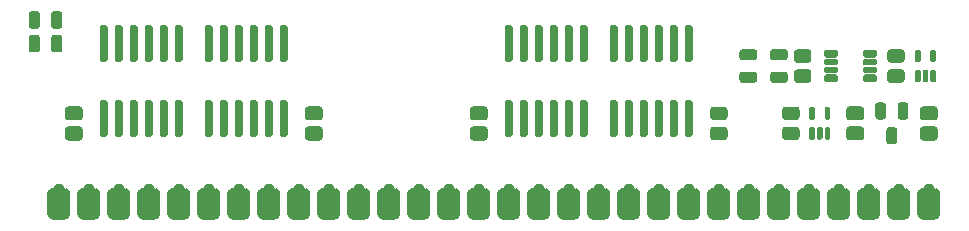
<source format=gts>
G04 #@! TF.GenerationSoftware,KiCad,Pcbnew,(5.1.10-1-10_14)*
G04 #@! TF.CreationDate,2021-07-01T19:13:21-04:00*
G04 #@! TF.ProjectId,GW4194-SOJ,47573431-3934-42d5-934f-4a2e6b696361,1.0-SOJ*
G04 #@! TF.SameCoordinates,Original*
G04 #@! TF.FileFunction,Soldermask,Top*
G04 #@! TF.FilePolarity,Negative*
%FSLAX46Y46*%
G04 Gerber Fmt 4.6, Leading zero omitted, Abs format (unit mm)*
G04 Created by KiCad (PCBNEW (5.1.10-1-10_14)) date 2021-07-01 19:13:21*
%MOMM*%
%LPD*%
G01*
G04 APERTURE LIST*
%ADD10C,0.952400*%
%ADD11C,0.100000*%
G04 APERTURE END LIST*
G36*
G01*
X151888700Y-87518150D02*
X151888700Y-87181850D01*
G75*
G02*
X152056850Y-87013700I168150J0D01*
G01*
X152943150Y-87013700D01*
G75*
G02*
X153111300Y-87181850I0J-168150D01*
G01*
X153111300Y-87518150D01*
G75*
G02*
X152943150Y-87686300I-168150J0D01*
G01*
X152056850Y-87686300D01*
G75*
G02*
X151888700Y-87518150I0J168150D01*
G01*
G37*
G36*
G01*
X151888700Y-88205650D02*
X151888700Y-87944350D01*
G75*
G02*
X152019350Y-87813700I130650J0D01*
G01*
X152980650Y-87813700D01*
G75*
G02*
X153111300Y-87944350I0J-130650D01*
G01*
X153111300Y-88205650D01*
G75*
G02*
X152980650Y-88336300I-130650J0D01*
G01*
X152019350Y-88336300D01*
G75*
G02*
X151888700Y-88205650I0J130650D01*
G01*
G37*
G36*
G01*
X151888700Y-88855650D02*
X151888700Y-88594350D01*
G75*
G02*
X152019350Y-88463700I130650J0D01*
G01*
X152980650Y-88463700D01*
G75*
G02*
X153111300Y-88594350I0J-130650D01*
G01*
X153111300Y-88855650D01*
G75*
G02*
X152980650Y-88986300I-130650J0D01*
G01*
X152019350Y-88986300D01*
G75*
G02*
X151888700Y-88855650I0J130650D01*
G01*
G37*
G36*
G01*
X151888700Y-89618150D02*
X151888700Y-89281850D01*
G75*
G02*
X152056850Y-89113700I168150J0D01*
G01*
X152943150Y-89113700D01*
G75*
G02*
X153111300Y-89281850I0J-168150D01*
G01*
X153111300Y-89618150D01*
G75*
G02*
X152943150Y-89786300I-168150J0D01*
G01*
X152056850Y-89786300D01*
G75*
G02*
X151888700Y-89618150I0J168150D01*
G01*
G37*
G36*
G01*
X148588700Y-89618150D02*
X148588700Y-89281850D01*
G75*
G02*
X148756850Y-89113700I168150J0D01*
G01*
X149643150Y-89113700D01*
G75*
G02*
X149811300Y-89281850I0J-168150D01*
G01*
X149811300Y-89618150D01*
G75*
G02*
X149643150Y-89786300I-168150J0D01*
G01*
X148756850Y-89786300D01*
G75*
G02*
X148588700Y-89618150I0J168150D01*
G01*
G37*
G36*
G01*
X148588700Y-88843150D02*
X148588700Y-88606850D01*
G75*
G02*
X148706850Y-88488700I118150J0D01*
G01*
X149693150Y-88488700D01*
G75*
G02*
X149811300Y-88606850I0J-118150D01*
G01*
X149811300Y-88843150D01*
G75*
G02*
X149693150Y-88961300I-118150J0D01*
G01*
X148706850Y-88961300D01*
G75*
G02*
X148588700Y-88843150I0J118150D01*
G01*
G37*
G36*
G01*
X148588700Y-88193150D02*
X148588700Y-87956850D01*
G75*
G02*
X148706850Y-87838700I118150J0D01*
G01*
X149693150Y-87838700D01*
G75*
G02*
X149811300Y-87956850I0J-118150D01*
G01*
X149811300Y-88193150D01*
G75*
G02*
X149693150Y-88311300I-118150J0D01*
G01*
X148706850Y-88311300D01*
G75*
G02*
X148588700Y-88193150I0J118150D01*
G01*
G37*
G36*
G01*
X148588700Y-87518150D02*
X148588700Y-87181850D01*
G75*
G02*
X148756850Y-87013700I168150J0D01*
G01*
X149643150Y-87013700D01*
G75*
G02*
X149811300Y-87181850I0J-168150D01*
G01*
X149811300Y-87518150D01*
G75*
G02*
X149643150Y-87686300I-168150J0D01*
G01*
X148756850Y-87686300D01*
G75*
G02*
X148588700Y-87518150I0J168150D01*
G01*
G37*
G36*
G01*
X82854800Y-100939600D02*
X82854800Y-99212400D01*
G75*
G02*
X83337400Y-98729800I482600J0D01*
G01*
X84302600Y-98729800D01*
G75*
G02*
X84785200Y-99212400I0J-482600D01*
G01*
X84785200Y-100939600D01*
G75*
G02*
X84302600Y-101422200I-482600J0D01*
G01*
X83337400Y-101422200D01*
G75*
G02*
X82854800Y-100939600I0J482600D01*
G01*
G37*
G36*
G01*
X85394800Y-100939600D02*
X85394800Y-99212400D01*
G75*
G02*
X85877400Y-98729800I482600J0D01*
G01*
X86842600Y-98729800D01*
G75*
G02*
X87325200Y-99212400I0J-482600D01*
G01*
X87325200Y-100939600D01*
G75*
G02*
X86842600Y-101422200I-482600J0D01*
G01*
X85877400Y-101422200D01*
G75*
G02*
X85394800Y-100939600I0J482600D01*
G01*
G37*
D10*
X88900000Y-98806000D03*
G36*
G01*
X108254800Y-100939600D02*
X108254800Y-99212400D01*
G75*
G02*
X108737400Y-98729800I482600J0D01*
G01*
X109702600Y-98729800D01*
G75*
G02*
X110185200Y-99212400I0J-482600D01*
G01*
X110185200Y-100939600D01*
G75*
G02*
X109702600Y-101422200I-482600J0D01*
G01*
X108737400Y-101422200D01*
G75*
G02*
X108254800Y-100939600I0J482600D01*
G01*
G37*
G36*
G01*
X93014800Y-100939600D02*
X93014800Y-99212400D01*
G75*
G02*
X93497400Y-98729800I482600J0D01*
G01*
X94462600Y-98729800D01*
G75*
G02*
X94945200Y-99212400I0J-482600D01*
G01*
X94945200Y-100939600D01*
G75*
G02*
X94462600Y-101422200I-482600J0D01*
G01*
X93497400Y-101422200D01*
G75*
G02*
X93014800Y-100939600I0J482600D01*
G01*
G37*
G36*
G01*
X110794800Y-100939600D02*
X110794800Y-99212400D01*
G75*
G02*
X111277400Y-98729800I482600J0D01*
G01*
X112242600Y-98729800D01*
G75*
G02*
X112725200Y-99212400I0J-482600D01*
G01*
X112725200Y-100939600D01*
G75*
G02*
X112242600Y-101422200I-482600J0D01*
G01*
X111277400Y-101422200D01*
G75*
G02*
X110794800Y-100939600I0J482600D01*
G01*
G37*
G36*
G01*
X146354800Y-100939600D02*
X146354800Y-99212400D01*
G75*
G02*
X146837400Y-98729800I482600J0D01*
G01*
X147802600Y-98729800D01*
G75*
G02*
X148285200Y-99212400I0J-482600D01*
G01*
X148285200Y-100939600D01*
G75*
G02*
X147802600Y-101422200I-482600J0D01*
G01*
X146837400Y-101422200D01*
G75*
G02*
X146354800Y-100939600I0J482600D01*
G01*
G37*
G36*
G01*
X113334800Y-100939600D02*
X113334800Y-99212400D01*
G75*
G02*
X113817400Y-98729800I482600J0D01*
G01*
X114782600Y-98729800D01*
G75*
G02*
X115265200Y-99212400I0J-482600D01*
G01*
X115265200Y-100939600D01*
G75*
G02*
X114782600Y-101422200I-482600J0D01*
G01*
X113817400Y-101422200D01*
G75*
G02*
X113334800Y-100939600I0J482600D01*
G01*
G37*
G36*
G01*
X115874800Y-100939600D02*
X115874800Y-99212400D01*
G75*
G02*
X116357400Y-98729800I482600J0D01*
G01*
X117322600Y-98729800D01*
G75*
G02*
X117805200Y-99212400I0J-482600D01*
G01*
X117805200Y-100939600D01*
G75*
G02*
X117322600Y-101422200I-482600J0D01*
G01*
X116357400Y-101422200D01*
G75*
G02*
X115874800Y-100939600I0J482600D01*
G01*
G37*
G36*
G01*
X90474800Y-100939600D02*
X90474800Y-99212400D01*
G75*
G02*
X90957400Y-98729800I482600J0D01*
G01*
X91922600Y-98729800D01*
G75*
G02*
X92405200Y-99212400I0J-482600D01*
G01*
X92405200Y-100939600D01*
G75*
G02*
X91922600Y-101422200I-482600J0D01*
G01*
X90957400Y-101422200D01*
G75*
G02*
X90474800Y-100939600I0J482600D01*
G01*
G37*
G36*
G01*
X153974800Y-100939600D02*
X153974800Y-99212400D01*
G75*
G02*
X154457400Y-98729800I482600J0D01*
G01*
X155422600Y-98729800D01*
G75*
G02*
X155905200Y-99212400I0J-482600D01*
G01*
X155905200Y-100939600D01*
G75*
G02*
X155422600Y-101422200I-482600J0D01*
G01*
X154457400Y-101422200D01*
G75*
G02*
X153974800Y-100939600I0J482600D01*
G01*
G37*
G36*
G01*
X87934800Y-100939600D02*
X87934800Y-99212400D01*
G75*
G02*
X88417400Y-98729800I482600J0D01*
G01*
X89382600Y-98729800D01*
G75*
G02*
X89865200Y-99212400I0J-482600D01*
G01*
X89865200Y-100939600D01*
G75*
G02*
X89382600Y-101422200I-482600J0D01*
G01*
X88417400Y-101422200D01*
G75*
G02*
X87934800Y-100939600I0J482600D01*
G01*
G37*
G36*
G01*
X141274800Y-100939600D02*
X141274800Y-99212400D01*
G75*
G02*
X141757400Y-98729800I482600J0D01*
G01*
X142722600Y-98729800D01*
G75*
G02*
X143205200Y-99212400I0J-482600D01*
G01*
X143205200Y-100939600D01*
G75*
G02*
X142722600Y-101422200I-482600J0D01*
G01*
X141757400Y-101422200D01*
G75*
G02*
X141274800Y-100939600I0J482600D01*
G01*
G37*
G36*
G01*
X120954800Y-100939600D02*
X120954800Y-99212400D01*
G75*
G02*
X121437400Y-98729800I482600J0D01*
G01*
X122402600Y-98729800D01*
G75*
G02*
X122885200Y-99212400I0J-482600D01*
G01*
X122885200Y-100939600D01*
G75*
G02*
X122402600Y-101422200I-482600J0D01*
G01*
X121437400Y-101422200D01*
G75*
G02*
X120954800Y-100939600I0J482600D01*
G01*
G37*
G36*
G01*
X131114800Y-100939600D02*
X131114800Y-99212400D01*
G75*
G02*
X131597400Y-98729800I482600J0D01*
G01*
X132562600Y-98729800D01*
G75*
G02*
X133045200Y-99212400I0J-482600D01*
G01*
X133045200Y-100939600D01*
G75*
G02*
X132562600Y-101422200I-482600J0D01*
G01*
X131597400Y-101422200D01*
G75*
G02*
X131114800Y-100939600I0J482600D01*
G01*
G37*
G36*
G01*
X138734800Y-100939600D02*
X138734800Y-99212400D01*
G75*
G02*
X139217400Y-98729800I482600J0D01*
G01*
X140182600Y-98729800D01*
G75*
G02*
X140665200Y-99212400I0J-482600D01*
G01*
X140665200Y-100939600D01*
G75*
G02*
X140182600Y-101422200I-482600J0D01*
G01*
X139217400Y-101422200D01*
G75*
G02*
X138734800Y-100939600I0J482600D01*
G01*
G37*
G36*
G01*
X103174800Y-100939600D02*
X103174800Y-99212400D01*
G75*
G02*
X103657400Y-98729800I482600J0D01*
G01*
X104622600Y-98729800D01*
G75*
G02*
X105105200Y-99212400I0J-482600D01*
G01*
X105105200Y-100939600D01*
G75*
G02*
X104622600Y-101422200I-482600J0D01*
G01*
X103657400Y-101422200D01*
G75*
G02*
X103174800Y-100939600I0J482600D01*
G01*
G37*
G36*
G01*
X126034800Y-100939600D02*
X126034800Y-99212400D01*
G75*
G02*
X126517400Y-98729800I482600J0D01*
G01*
X127482600Y-98729800D01*
G75*
G02*
X127965200Y-99212400I0J-482600D01*
G01*
X127965200Y-100939600D01*
G75*
G02*
X127482600Y-101422200I-482600J0D01*
G01*
X126517400Y-101422200D01*
G75*
G02*
X126034800Y-100939600I0J482600D01*
G01*
G37*
G36*
G01*
X133654800Y-100939600D02*
X133654800Y-99212400D01*
G75*
G02*
X134137400Y-98729800I482600J0D01*
G01*
X135102600Y-98729800D01*
G75*
G02*
X135585200Y-99212400I0J-482600D01*
G01*
X135585200Y-100939600D01*
G75*
G02*
X135102600Y-101422200I-482600J0D01*
G01*
X134137400Y-101422200D01*
G75*
G02*
X133654800Y-100939600I0J482600D01*
G01*
G37*
G36*
G01*
X128574800Y-100939600D02*
X128574800Y-99212400D01*
G75*
G02*
X129057400Y-98729800I482600J0D01*
G01*
X130022600Y-98729800D01*
G75*
G02*
X130505200Y-99212400I0J-482600D01*
G01*
X130505200Y-100939600D01*
G75*
G02*
X130022600Y-101422200I-482600J0D01*
G01*
X129057400Y-101422200D01*
G75*
G02*
X128574800Y-100939600I0J482600D01*
G01*
G37*
G36*
G01*
X105714800Y-100939600D02*
X105714800Y-99212400D01*
G75*
G02*
X106197400Y-98729800I482600J0D01*
G01*
X107162600Y-98729800D01*
G75*
G02*
X107645200Y-99212400I0J-482600D01*
G01*
X107645200Y-100939600D01*
G75*
G02*
X107162600Y-101422200I-482600J0D01*
G01*
X106197400Y-101422200D01*
G75*
G02*
X105714800Y-100939600I0J482600D01*
G01*
G37*
G36*
G01*
X136194800Y-100939600D02*
X136194800Y-99212400D01*
G75*
G02*
X136677400Y-98729800I482600J0D01*
G01*
X137642600Y-98729800D01*
G75*
G02*
X138125200Y-99212400I0J-482600D01*
G01*
X138125200Y-100939600D01*
G75*
G02*
X137642600Y-101422200I-482600J0D01*
G01*
X136677400Y-101422200D01*
G75*
G02*
X136194800Y-100939600I0J482600D01*
G01*
G37*
G36*
G01*
X95554800Y-100939600D02*
X95554800Y-99212400D01*
G75*
G02*
X96037400Y-98729800I482600J0D01*
G01*
X97002600Y-98729800D01*
G75*
G02*
X97485200Y-99212400I0J-482600D01*
G01*
X97485200Y-100939600D01*
G75*
G02*
X97002600Y-101422200I-482600J0D01*
G01*
X96037400Y-101422200D01*
G75*
G02*
X95554800Y-100939600I0J482600D01*
G01*
G37*
G36*
G01*
X123494800Y-100939600D02*
X123494800Y-99212400D01*
G75*
G02*
X123977400Y-98729800I482600J0D01*
G01*
X124942600Y-98729800D01*
G75*
G02*
X125425200Y-99212400I0J-482600D01*
G01*
X125425200Y-100939600D01*
G75*
G02*
X124942600Y-101422200I-482600J0D01*
G01*
X123977400Y-101422200D01*
G75*
G02*
X123494800Y-100939600I0J482600D01*
G01*
G37*
G36*
G01*
X98094800Y-100939600D02*
X98094800Y-99212400D01*
G75*
G02*
X98577400Y-98729800I482600J0D01*
G01*
X99542600Y-98729800D01*
G75*
G02*
X100025200Y-99212400I0J-482600D01*
G01*
X100025200Y-100939600D01*
G75*
G02*
X99542600Y-101422200I-482600J0D01*
G01*
X98577400Y-101422200D01*
G75*
G02*
X98094800Y-100939600I0J482600D01*
G01*
G37*
G36*
G01*
X100634800Y-100939600D02*
X100634800Y-99212400D01*
G75*
G02*
X101117400Y-98729800I482600J0D01*
G01*
X102082600Y-98729800D01*
G75*
G02*
X102565200Y-99212400I0J-482600D01*
G01*
X102565200Y-100939600D01*
G75*
G02*
X102082600Y-101422200I-482600J0D01*
G01*
X101117400Y-101422200D01*
G75*
G02*
X100634800Y-100939600I0J482600D01*
G01*
G37*
G36*
G01*
X148894800Y-100939600D02*
X148894800Y-99212400D01*
G75*
G02*
X149377400Y-98729800I482600J0D01*
G01*
X150342600Y-98729800D01*
G75*
G02*
X150825200Y-99212400I0J-482600D01*
G01*
X150825200Y-100939600D01*
G75*
G02*
X150342600Y-101422200I-482600J0D01*
G01*
X149377400Y-101422200D01*
G75*
G02*
X148894800Y-100939600I0J482600D01*
G01*
G37*
G36*
G01*
X151434800Y-100939600D02*
X151434800Y-99212400D01*
G75*
G02*
X151917400Y-98729800I482600J0D01*
G01*
X152882600Y-98729800D01*
G75*
G02*
X153365200Y-99212400I0J-482600D01*
G01*
X153365200Y-100939600D01*
G75*
G02*
X152882600Y-101422200I-482600J0D01*
G01*
X151917400Y-101422200D01*
G75*
G02*
X151434800Y-100939600I0J482600D01*
G01*
G37*
G36*
G01*
X156514800Y-100939600D02*
X156514800Y-99212400D01*
G75*
G02*
X156997400Y-98729800I482600J0D01*
G01*
X157962600Y-98729800D01*
G75*
G02*
X158445200Y-99212400I0J-482600D01*
G01*
X158445200Y-100939600D01*
G75*
G02*
X157962600Y-101422200I-482600J0D01*
G01*
X156997400Y-101422200D01*
G75*
G02*
X156514800Y-100939600I0J482600D01*
G01*
G37*
G36*
G01*
X118414800Y-100939600D02*
X118414800Y-99212400D01*
G75*
G02*
X118897400Y-98729800I482600J0D01*
G01*
X119862600Y-98729800D01*
G75*
G02*
X120345200Y-99212400I0J-482600D01*
G01*
X120345200Y-100939600D01*
G75*
G02*
X119862600Y-101422200I-482600J0D01*
G01*
X118897400Y-101422200D01*
G75*
G02*
X118414800Y-100939600I0J482600D01*
G01*
G37*
G36*
G01*
X143814800Y-100939600D02*
X143814800Y-99212400D01*
G75*
G02*
X144297400Y-98729800I482600J0D01*
G01*
X145262600Y-98729800D01*
G75*
G02*
X145745200Y-99212400I0J-482600D01*
G01*
X145745200Y-100939600D01*
G75*
G02*
X145262600Y-101422200I-482600J0D01*
G01*
X144297400Y-101422200D01*
G75*
G02*
X143814800Y-100939600I0J482600D01*
G01*
G37*
X86360000Y-98806000D03*
X83820000Y-98806000D03*
X93980000Y-98806000D03*
X91440000Y-98806000D03*
X96520000Y-98806000D03*
X99060000Y-98806000D03*
X104140000Y-98806000D03*
X101600000Y-98806000D03*
X109220000Y-98806000D03*
X106680000Y-98806000D03*
X111760000Y-98806000D03*
X116840000Y-98806000D03*
X114300000Y-98806000D03*
X119380000Y-98806000D03*
X124460000Y-98806000D03*
X121920000Y-98806000D03*
X127000000Y-98806000D03*
X149860000Y-98806000D03*
X147320000Y-98806000D03*
X152400000Y-98806000D03*
X134620000Y-98806000D03*
X132080000Y-98806000D03*
X137160000Y-98806000D03*
X142240000Y-98806000D03*
X139700000Y-98806000D03*
X144780000Y-98806000D03*
X129540000Y-98806000D03*
X154940000Y-98806000D03*
X157480000Y-98806000D03*
G36*
G01*
X142712500Y-87925000D02*
X141687500Y-87925000D01*
G75*
G02*
X141450000Y-87687500I0J237500D01*
G01*
X141450000Y-87212500D01*
G75*
G02*
X141687500Y-86975000I237500J0D01*
G01*
X142712500Y-86975000D01*
G75*
G02*
X142950000Y-87212500I0J-237500D01*
G01*
X142950000Y-87687500D01*
G75*
G02*
X142712500Y-87925000I-237500J0D01*
G01*
G37*
G36*
G01*
X142712500Y-89825000D02*
X141687500Y-89825000D01*
G75*
G02*
X141450000Y-89587500I0J237500D01*
G01*
X141450000Y-89112500D01*
G75*
G02*
X141687500Y-88875000I237500J0D01*
G01*
X142712500Y-88875000D01*
G75*
G02*
X142950000Y-89112500I0J-237500D01*
G01*
X142950000Y-89587500D01*
G75*
G02*
X142712500Y-89825000I-237500J0D01*
G01*
G37*
G36*
G01*
X145337500Y-93525000D02*
X146262500Y-93525000D01*
G75*
G02*
X146550000Y-93812500I0J-287500D01*
G01*
X146550000Y-94387500D01*
G75*
G02*
X146262500Y-94675000I-287500J0D01*
G01*
X145337500Y-94675000D01*
G75*
G02*
X145050000Y-94387500I0J287500D01*
G01*
X145050000Y-93812500D01*
G75*
G02*
X145337500Y-93525000I287500J0D01*
G01*
G37*
G36*
G01*
X145337500Y-91825000D02*
X146262500Y-91825000D01*
G75*
G02*
X146550000Y-92112500I0J-287500D01*
G01*
X146550000Y-92687500D01*
G75*
G02*
X146262500Y-92975000I-287500J0D01*
G01*
X145337500Y-92975000D01*
G75*
G02*
X145050000Y-92687500I0J287500D01*
G01*
X145050000Y-92112500D01*
G75*
G02*
X145337500Y-91825000I287500J0D01*
G01*
G37*
G36*
G01*
X150774400Y-91798800D02*
X151725600Y-91798800D01*
G75*
G02*
X152026200Y-92099400I0J-300600D01*
G01*
X152026200Y-92700600D01*
G75*
G02*
X151725600Y-93001200I-300600J0D01*
G01*
X150774400Y-93001200D01*
G75*
G02*
X150473800Y-92700600I0J300600D01*
G01*
X150473800Y-92099400D01*
G75*
G02*
X150774400Y-91798800I300600J0D01*
G01*
G37*
G36*
G01*
X150774400Y-93498800D02*
X151725600Y-93498800D01*
G75*
G02*
X152026200Y-93799400I0J-300600D01*
G01*
X152026200Y-94400600D01*
G75*
G02*
X151725600Y-94701200I-300600J0D01*
G01*
X150774400Y-94701200D01*
G75*
G02*
X150473800Y-94400600I0J300600D01*
G01*
X150473800Y-93799400D01*
G75*
G02*
X150774400Y-93498800I300600J0D01*
G01*
G37*
G36*
G01*
X84614400Y-91805800D02*
X85565600Y-91805800D01*
G75*
G02*
X85866200Y-92106400I0J-300600D01*
G01*
X85866200Y-92707600D01*
G75*
G02*
X85565600Y-93008200I-300600J0D01*
G01*
X84614400Y-93008200D01*
G75*
G02*
X84313800Y-92707600I0J300600D01*
G01*
X84313800Y-92106400D01*
G75*
G02*
X84614400Y-91805800I300600J0D01*
G01*
G37*
G36*
G01*
X84614400Y-93505800D02*
X85565600Y-93505800D01*
G75*
G02*
X85866200Y-93806400I0J-300600D01*
G01*
X85866200Y-94407600D01*
G75*
G02*
X85565600Y-94708200I-300600J0D01*
G01*
X84614400Y-94708200D01*
G75*
G02*
X84313800Y-94407600I0J300600D01*
G01*
X84313800Y-93806400D01*
G75*
G02*
X84614400Y-93505800I300600J0D01*
G01*
G37*
G36*
G01*
X104934400Y-93505800D02*
X105885600Y-93505800D01*
G75*
G02*
X106186200Y-93806400I0J-300600D01*
G01*
X106186200Y-94407600D01*
G75*
G02*
X105885600Y-94708200I-300600J0D01*
G01*
X104934400Y-94708200D01*
G75*
G02*
X104633800Y-94407600I0J300600D01*
G01*
X104633800Y-93806400D01*
G75*
G02*
X104934400Y-93505800I300600J0D01*
G01*
G37*
G36*
G01*
X104934400Y-91805800D02*
X105885600Y-91805800D01*
G75*
G02*
X106186200Y-92106400I0J-300600D01*
G01*
X106186200Y-92707600D01*
G75*
G02*
X105885600Y-93008200I-300600J0D01*
G01*
X104934400Y-93008200D01*
G75*
G02*
X104633800Y-92707600I0J300600D01*
G01*
X104633800Y-92106400D01*
G75*
G02*
X104934400Y-91805800I300600J0D01*
G01*
G37*
G36*
G01*
X118904400Y-91805800D02*
X119855600Y-91805800D01*
G75*
G02*
X120156200Y-92106400I0J-300600D01*
G01*
X120156200Y-92707600D01*
G75*
G02*
X119855600Y-93008200I-300600J0D01*
G01*
X118904400Y-93008200D01*
G75*
G02*
X118603800Y-92707600I0J300600D01*
G01*
X118603800Y-92106400D01*
G75*
G02*
X118904400Y-91805800I300600J0D01*
G01*
G37*
G36*
G01*
X118904400Y-93505800D02*
X119855600Y-93505800D01*
G75*
G02*
X120156200Y-93806400I0J-300600D01*
G01*
X120156200Y-94407600D01*
G75*
G02*
X119855600Y-94708200I-300600J0D01*
G01*
X118904400Y-94708200D01*
G75*
G02*
X118603800Y-94407600I0J300600D01*
G01*
X118603800Y-93806400D01*
G75*
G02*
X118904400Y-93505800I300600J0D01*
G01*
G37*
G36*
G01*
X157955600Y-94708200D02*
X157004400Y-94708200D01*
G75*
G02*
X156703800Y-94407600I0J300600D01*
G01*
X156703800Y-93806400D01*
G75*
G02*
X157004400Y-93505800I300600J0D01*
G01*
X157955600Y-93505800D01*
G75*
G02*
X158256200Y-93806400I0J-300600D01*
G01*
X158256200Y-94407600D01*
G75*
G02*
X157955600Y-94708200I-300600J0D01*
G01*
G37*
G36*
G01*
X157955600Y-93008200D02*
X157004400Y-93008200D01*
G75*
G02*
X156703800Y-92707600I0J300600D01*
G01*
X156703800Y-92106400D01*
G75*
G02*
X157004400Y-91805800I300600J0D01*
G01*
X157955600Y-91805800D01*
G75*
G02*
X158256200Y-92106400I0J-300600D01*
G01*
X158256200Y-92707600D01*
G75*
G02*
X157955600Y-93008200I-300600J0D01*
G01*
G37*
G36*
G01*
X82225000Y-85987500D02*
X82225000Y-87012500D01*
G75*
G02*
X81987500Y-87250000I-237500J0D01*
G01*
X81512500Y-87250000D01*
G75*
G02*
X81275000Y-87012500I0J237500D01*
G01*
X81275000Y-85987500D01*
G75*
G02*
X81512500Y-85750000I237500J0D01*
G01*
X81987500Y-85750000D01*
G75*
G02*
X82225000Y-85987500I0J-237500D01*
G01*
G37*
G36*
G01*
X84125000Y-85987500D02*
X84125000Y-87012500D01*
G75*
G02*
X83887500Y-87250000I-237500J0D01*
G01*
X83412500Y-87250000D01*
G75*
G02*
X83175000Y-87012500I0J237500D01*
G01*
X83175000Y-85987500D01*
G75*
G02*
X83412500Y-85750000I237500J0D01*
G01*
X83887500Y-85750000D01*
G75*
G02*
X84125000Y-85987500I0J-237500D01*
G01*
G37*
G36*
G01*
X81275000Y-85012500D02*
X81275000Y-83987500D01*
G75*
G02*
X81512500Y-83750000I237500J0D01*
G01*
X81987500Y-83750000D01*
G75*
G02*
X82225000Y-83987500I0J-237500D01*
G01*
X82225000Y-85012500D01*
G75*
G02*
X81987500Y-85250000I-237500J0D01*
G01*
X81512500Y-85250000D01*
G75*
G02*
X81275000Y-85012500I0J237500D01*
G01*
G37*
G36*
G01*
X83175000Y-85012500D02*
X83175000Y-83987500D01*
G75*
G02*
X83412500Y-83750000I237500J0D01*
G01*
X83887500Y-83750000D01*
G75*
G02*
X84125000Y-83987500I0J-237500D01*
G01*
X84125000Y-85012500D01*
G75*
G02*
X83887500Y-85250000I-237500J0D01*
G01*
X83412500Y-85250000D01*
G75*
G02*
X83175000Y-85012500I0J237500D01*
G01*
G37*
G36*
G01*
X154125000Y-93575000D02*
X154575000Y-93575000D01*
G75*
G02*
X154800000Y-93800000I0J-225000D01*
G01*
X154800000Y-94800000D01*
G75*
G02*
X154575000Y-95025000I-225000J0D01*
G01*
X154125000Y-95025000D01*
G75*
G02*
X153900000Y-94800000I0J225000D01*
G01*
X153900000Y-93800000D01*
G75*
G02*
X154125000Y-93575000I225000J0D01*
G01*
G37*
G36*
G01*
X153175000Y-91475000D02*
X153625000Y-91475000D01*
G75*
G02*
X153850000Y-91700000I0J-225000D01*
G01*
X153850000Y-92700000D01*
G75*
G02*
X153625000Y-92925000I-225000J0D01*
G01*
X153175000Y-92925000D01*
G75*
G02*
X152950000Y-92700000I0J225000D01*
G01*
X152950000Y-91700000D01*
G75*
G02*
X153175000Y-91475000I225000J0D01*
G01*
G37*
G36*
G01*
X155075000Y-91475000D02*
X155525000Y-91475000D01*
G75*
G02*
X155750000Y-91700000I0J-225000D01*
G01*
X155750000Y-92700000D01*
G75*
G02*
X155525000Y-92925000I-225000J0D01*
G01*
X155075000Y-92925000D01*
G75*
G02*
X154850000Y-92700000I0J225000D01*
G01*
X154850000Y-91700000D01*
G75*
G02*
X155075000Y-91475000I225000J0D01*
G01*
G37*
G36*
G01*
X154237500Y-86975000D02*
X155162500Y-86975000D01*
G75*
G02*
X155450000Y-87262500I0J-287500D01*
G01*
X155450000Y-87837500D01*
G75*
G02*
X155162500Y-88125000I-287500J0D01*
G01*
X154237500Y-88125000D01*
G75*
G02*
X153950000Y-87837500I0J287500D01*
G01*
X153950000Y-87262500D01*
G75*
G02*
X154237500Y-86975000I287500J0D01*
G01*
G37*
G36*
G01*
X154237500Y-88675000D02*
X155162500Y-88675000D01*
G75*
G02*
X155450000Y-88962500I0J-287500D01*
G01*
X155450000Y-89537500D01*
G75*
G02*
X155162500Y-89825000I-287500J0D01*
G01*
X154237500Y-89825000D01*
G75*
G02*
X153950000Y-89537500I0J287500D01*
G01*
X153950000Y-88962500D01*
G75*
G02*
X154237500Y-88675000I287500J0D01*
G01*
G37*
G36*
G01*
X146337500Y-88675000D02*
X147262500Y-88675000D01*
G75*
G02*
X147550000Y-88962500I0J-287500D01*
G01*
X147550000Y-89537500D01*
G75*
G02*
X147262500Y-89825000I-287500J0D01*
G01*
X146337500Y-89825000D01*
G75*
G02*
X146050000Y-89537500I0J287500D01*
G01*
X146050000Y-88962500D01*
G75*
G02*
X146337500Y-88675000I287500J0D01*
G01*
G37*
G36*
G01*
X146337500Y-86975000D02*
X147262500Y-86975000D01*
G75*
G02*
X147550000Y-87262500I0J-287500D01*
G01*
X147550000Y-87837500D01*
G75*
G02*
X147262500Y-88125000I-287500J0D01*
G01*
X146337500Y-88125000D01*
G75*
G02*
X146050000Y-87837500I0J287500D01*
G01*
X146050000Y-87262500D01*
G75*
G02*
X146337500Y-86975000I287500J0D01*
G01*
G37*
G36*
G01*
X147720000Y-92940000D02*
X147480000Y-92940000D01*
G75*
G02*
X147360000Y-92820000I0J120000D01*
G01*
X147360000Y-91980000D01*
G75*
G02*
X147480000Y-91860000I120000J0D01*
G01*
X147720000Y-91860000D01*
G75*
G02*
X147840000Y-91980000I0J-120000D01*
G01*
X147840000Y-92820000D01*
G75*
G02*
X147720000Y-92940000I-120000J0D01*
G01*
G37*
G36*
G01*
X149020000Y-92940000D02*
X148780000Y-92940000D01*
G75*
G02*
X148660000Y-92820000I0J120000D01*
G01*
X148660000Y-91980000D01*
G75*
G02*
X148780000Y-91860000I120000J0D01*
G01*
X149020000Y-91860000D01*
G75*
G02*
X149140000Y-91980000I0J-120000D01*
G01*
X149140000Y-92820000D01*
G75*
G02*
X149020000Y-92940000I-120000J0D01*
G01*
G37*
G36*
G01*
X148370000Y-94640000D02*
X148130000Y-94640000D01*
G75*
G02*
X148010000Y-94520000I0J120000D01*
G01*
X148010000Y-93680000D01*
G75*
G02*
X148130000Y-93560000I120000J0D01*
G01*
X148370000Y-93560000D01*
G75*
G02*
X148490000Y-93680000I0J-120000D01*
G01*
X148490000Y-94520000D01*
G75*
G02*
X148370000Y-94640000I-120000J0D01*
G01*
G37*
G36*
G01*
X147720000Y-94640000D02*
X147480000Y-94640000D01*
G75*
G02*
X147360000Y-94520000I0J120000D01*
G01*
X147360000Y-93680000D01*
G75*
G02*
X147480000Y-93560000I120000J0D01*
G01*
X147720000Y-93560000D01*
G75*
G02*
X147840000Y-93680000I0J-120000D01*
G01*
X147840000Y-94520000D01*
G75*
G02*
X147720000Y-94640000I-120000J0D01*
G01*
G37*
G36*
G01*
X149020000Y-94640000D02*
X148780000Y-94640000D01*
G75*
G02*
X148660000Y-94520000I0J120000D01*
G01*
X148660000Y-93680000D01*
G75*
G02*
X148780000Y-93560000I120000J0D01*
G01*
X149020000Y-93560000D01*
G75*
G02*
X149140000Y-93680000I0J-120000D01*
G01*
X149140000Y-94520000D01*
G75*
G02*
X149020000Y-94640000I-120000J0D01*
G01*
G37*
G36*
G01*
X157970000Y-89790000D02*
X157730000Y-89790000D01*
G75*
G02*
X157610000Y-89670000I0J120000D01*
G01*
X157610000Y-88830000D01*
G75*
G02*
X157730000Y-88710000I120000J0D01*
G01*
X157970000Y-88710000D01*
G75*
G02*
X158090000Y-88830000I0J-120000D01*
G01*
X158090000Y-89670000D01*
G75*
G02*
X157970000Y-89790000I-120000J0D01*
G01*
G37*
G36*
G01*
X156670000Y-89790000D02*
X156430000Y-89790000D01*
G75*
G02*
X156310000Y-89670000I0J120000D01*
G01*
X156310000Y-88830000D01*
G75*
G02*
X156430000Y-88710000I120000J0D01*
G01*
X156670000Y-88710000D01*
G75*
G02*
X156790000Y-88830000I0J-120000D01*
G01*
X156790000Y-89670000D01*
G75*
G02*
X156670000Y-89790000I-120000J0D01*
G01*
G37*
G36*
G01*
X157320000Y-89790000D02*
X157080000Y-89790000D01*
G75*
G02*
X156960000Y-89670000I0J120000D01*
G01*
X156960000Y-88830000D01*
G75*
G02*
X157080000Y-88710000I120000J0D01*
G01*
X157320000Y-88710000D01*
G75*
G02*
X157440000Y-88830000I0J-120000D01*
G01*
X157440000Y-89670000D01*
G75*
G02*
X157320000Y-89790000I-120000J0D01*
G01*
G37*
G36*
G01*
X157970000Y-88090000D02*
X157730000Y-88090000D01*
G75*
G02*
X157610000Y-87970000I0J120000D01*
G01*
X157610000Y-87130000D01*
G75*
G02*
X157730000Y-87010000I120000J0D01*
G01*
X157970000Y-87010000D01*
G75*
G02*
X158090000Y-87130000I0J-120000D01*
G01*
X158090000Y-87970000D01*
G75*
G02*
X157970000Y-88090000I-120000J0D01*
G01*
G37*
G36*
G01*
X156670000Y-88090000D02*
X156430000Y-88090000D01*
G75*
G02*
X156310000Y-87970000I0J120000D01*
G01*
X156310000Y-87130000D01*
G75*
G02*
X156430000Y-87010000I120000J0D01*
G01*
X156670000Y-87010000D01*
G75*
G02*
X156790000Y-87130000I0J-120000D01*
G01*
X156790000Y-87970000D01*
G75*
G02*
X156670000Y-88090000I-120000J0D01*
G01*
G37*
G36*
G01*
X144287500Y-86975000D02*
X145312500Y-86975000D01*
G75*
G02*
X145550000Y-87212500I0J-237500D01*
G01*
X145550000Y-87687500D01*
G75*
G02*
X145312500Y-87925000I-237500J0D01*
G01*
X144287500Y-87925000D01*
G75*
G02*
X144050000Y-87687500I0J237500D01*
G01*
X144050000Y-87212500D01*
G75*
G02*
X144287500Y-86975000I237500J0D01*
G01*
G37*
G36*
G01*
X144287500Y-88875000D02*
X145312500Y-88875000D01*
G75*
G02*
X145550000Y-89112500I0J-237500D01*
G01*
X145550000Y-89587500D01*
G75*
G02*
X145312500Y-89825000I-237500J0D01*
G01*
X144287500Y-89825000D01*
G75*
G02*
X144050000Y-89587500I0J237500D01*
G01*
X144050000Y-89112500D01*
G75*
G02*
X144287500Y-88875000I237500J0D01*
G01*
G37*
G36*
G01*
X130985000Y-94411000D02*
X130635000Y-94411000D01*
G75*
G02*
X130460000Y-94236000I0J175000D01*
G01*
X130460000Y-91438000D01*
G75*
G02*
X130635000Y-91263000I175000J0D01*
G01*
X130985000Y-91263000D01*
G75*
G02*
X131160000Y-91438000I0J-175000D01*
G01*
X131160000Y-94236000D01*
G75*
G02*
X130985000Y-94411000I-175000J0D01*
G01*
G37*
G36*
G01*
X130985000Y-88061000D02*
X130635000Y-88061000D01*
G75*
G02*
X130460000Y-87886000I0J175000D01*
G01*
X130460000Y-85088000D01*
G75*
G02*
X130635000Y-84913000I175000J0D01*
G01*
X130985000Y-84913000D01*
G75*
G02*
X131160000Y-85088000I0J-175000D01*
G01*
X131160000Y-87886000D01*
G75*
G02*
X130985000Y-88061000I-175000J0D01*
G01*
G37*
G36*
G01*
X128445000Y-94411000D02*
X128095000Y-94411000D01*
G75*
G02*
X127920000Y-94236000I0J175000D01*
G01*
X127920000Y-91438000D01*
G75*
G02*
X128095000Y-91263000I175000J0D01*
G01*
X128445000Y-91263000D01*
G75*
G02*
X128620000Y-91438000I0J-175000D01*
G01*
X128620000Y-94236000D01*
G75*
G02*
X128445000Y-94411000I-175000J0D01*
G01*
G37*
G36*
G01*
X128445000Y-88061000D02*
X128095000Y-88061000D01*
G75*
G02*
X127920000Y-87886000I0J175000D01*
G01*
X127920000Y-85088000D01*
G75*
G02*
X128095000Y-84913000I175000J0D01*
G01*
X128445000Y-84913000D01*
G75*
G02*
X128620000Y-85088000I0J-175000D01*
G01*
X128620000Y-87886000D01*
G75*
G02*
X128445000Y-88061000I-175000J0D01*
G01*
G37*
G36*
G01*
X122095000Y-94411000D02*
X121745000Y-94411000D01*
G75*
G02*
X121570000Y-94236000I0J175000D01*
G01*
X121570000Y-91438000D01*
G75*
G02*
X121745000Y-91263000I175000J0D01*
G01*
X122095000Y-91263000D01*
G75*
G02*
X122270000Y-91438000I0J-175000D01*
G01*
X122270000Y-94236000D01*
G75*
G02*
X122095000Y-94411000I-175000J0D01*
G01*
G37*
G36*
G01*
X123365000Y-94411000D02*
X123015000Y-94411000D01*
G75*
G02*
X122840000Y-94236000I0J175000D01*
G01*
X122840000Y-91438000D01*
G75*
G02*
X123015000Y-91263000I175000J0D01*
G01*
X123365000Y-91263000D01*
G75*
G02*
X123540000Y-91438000I0J-175000D01*
G01*
X123540000Y-94236000D01*
G75*
G02*
X123365000Y-94411000I-175000J0D01*
G01*
G37*
G36*
G01*
X124635000Y-94411000D02*
X124285000Y-94411000D01*
G75*
G02*
X124110000Y-94236000I0J175000D01*
G01*
X124110000Y-91438000D01*
G75*
G02*
X124285000Y-91263000I175000J0D01*
G01*
X124635000Y-91263000D01*
G75*
G02*
X124810000Y-91438000I0J-175000D01*
G01*
X124810000Y-94236000D01*
G75*
G02*
X124635000Y-94411000I-175000J0D01*
G01*
G37*
G36*
G01*
X125905000Y-94411000D02*
X125555000Y-94411000D01*
G75*
G02*
X125380000Y-94236000I0J175000D01*
G01*
X125380000Y-91438000D01*
G75*
G02*
X125555000Y-91263000I175000J0D01*
G01*
X125905000Y-91263000D01*
G75*
G02*
X126080000Y-91438000I0J-175000D01*
G01*
X126080000Y-94236000D01*
G75*
G02*
X125905000Y-94411000I-175000J0D01*
G01*
G37*
G36*
G01*
X127175000Y-94411000D02*
X126825000Y-94411000D01*
G75*
G02*
X126650000Y-94236000I0J175000D01*
G01*
X126650000Y-91438000D01*
G75*
G02*
X126825000Y-91263000I175000J0D01*
G01*
X127175000Y-91263000D01*
G75*
G02*
X127350000Y-91438000I0J-175000D01*
G01*
X127350000Y-94236000D01*
G75*
G02*
X127175000Y-94411000I-175000J0D01*
G01*
G37*
G36*
G01*
X132255000Y-94411000D02*
X131905000Y-94411000D01*
G75*
G02*
X131730000Y-94236000I0J175000D01*
G01*
X131730000Y-91438000D01*
G75*
G02*
X131905000Y-91263000I175000J0D01*
G01*
X132255000Y-91263000D01*
G75*
G02*
X132430000Y-91438000I0J-175000D01*
G01*
X132430000Y-94236000D01*
G75*
G02*
X132255000Y-94411000I-175000J0D01*
G01*
G37*
G36*
G01*
X133525000Y-94411000D02*
X133175000Y-94411000D01*
G75*
G02*
X133000000Y-94236000I0J175000D01*
G01*
X133000000Y-91438000D01*
G75*
G02*
X133175000Y-91263000I175000J0D01*
G01*
X133525000Y-91263000D01*
G75*
G02*
X133700000Y-91438000I0J-175000D01*
G01*
X133700000Y-94236000D01*
G75*
G02*
X133525000Y-94411000I-175000J0D01*
G01*
G37*
G36*
G01*
X134795000Y-94411000D02*
X134445000Y-94411000D01*
G75*
G02*
X134270000Y-94236000I0J175000D01*
G01*
X134270000Y-91438000D01*
G75*
G02*
X134445000Y-91263000I175000J0D01*
G01*
X134795000Y-91263000D01*
G75*
G02*
X134970000Y-91438000I0J-175000D01*
G01*
X134970000Y-94236000D01*
G75*
G02*
X134795000Y-94411000I-175000J0D01*
G01*
G37*
G36*
G01*
X136065000Y-94411000D02*
X135715000Y-94411000D01*
G75*
G02*
X135540000Y-94236000I0J175000D01*
G01*
X135540000Y-91438000D01*
G75*
G02*
X135715000Y-91263000I175000J0D01*
G01*
X136065000Y-91263000D01*
G75*
G02*
X136240000Y-91438000I0J-175000D01*
G01*
X136240000Y-94236000D01*
G75*
G02*
X136065000Y-94411000I-175000J0D01*
G01*
G37*
G36*
G01*
X137335000Y-94411000D02*
X136985000Y-94411000D01*
G75*
G02*
X136810000Y-94236000I0J175000D01*
G01*
X136810000Y-91438000D01*
G75*
G02*
X136985000Y-91263000I175000J0D01*
G01*
X137335000Y-91263000D01*
G75*
G02*
X137510000Y-91438000I0J-175000D01*
G01*
X137510000Y-94236000D01*
G75*
G02*
X137335000Y-94411000I-175000J0D01*
G01*
G37*
G36*
G01*
X136065000Y-88061000D02*
X135715000Y-88061000D01*
G75*
G02*
X135540000Y-87886000I0J175000D01*
G01*
X135540000Y-85088000D01*
G75*
G02*
X135715000Y-84913000I175000J0D01*
G01*
X136065000Y-84913000D01*
G75*
G02*
X136240000Y-85088000I0J-175000D01*
G01*
X136240000Y-87886000D01*
G75*
G02*
X136065000Y-88061000I-175000J0D01*
G01*
G37*
G36*
G01*
X134795000Y-88061000D02*
X134445000Y-88061000D01*
G75*
G02*
X134270000Y-87886000I0J175000D01*
G01*
X134270000Y-85088000D01*
G75*
G02*
X134445000Y-84913000I175000J0D01*
G01*
X134795000Y-84913000D01*
G75*
G02*
X134970000Y-85088000I0J-175000D01*
G01*
X134970000Y-87886000D01*
G75*
G02*
X134795000Y-88061000I-175000J0D01*
G01*
G37*
G36*
G01*
X133525000Y-88061000D02*
X133175000Y-88061000D01*
G75*
G02*
X133000000Y-87886000I0J175000D01*
G01*
X133000000Y-85088000D01*
G75*
G02*
X133175000Y-84913000I175000J0D01*
G01*
X133525000Y-84913000D01*
G75*
G02*
X133700000Y-85088000I0J-175000D01*
G01*
X133700000Y-87886000D01*
G75*
G02*
X133525000Y-88061000I-175000J0D01*
G01*
G37*
G36*
G01*
X132255000Y-88061000D02*
X131905000Y-88061000D01*
G75*
G02*
X131730000Y-87886000I0J175000D01*
G01*
X131730000Y-85088000D01*
G75*
G02*
X131905000Y-84913000I175000J0D01*
G01*
X132255000Y-84913000D01*
G75*
G02*
X132430000Y-85088000I0J-175000D01*
G01*
X132430000Y-87886000D01*
G75*
G02*
X132255000Y-88061000I-175000J0D01*
G01*
G37*
G36*
G01*
X127175000Y-88061000D02*
X126825000Y-88061000D01*
G75*
G02*
X126650000Y-87886000I0J175000D01*
G01*
X126650000Y-85088000D01*
G75*
G02*
X126825000Y-84913000I175000J0D01*
G01*
X127175000Y-84913000D01*
G75*
G02*
X127350000Y-85088000I0J-175000D01*
G01*
X127350000Y-87886000D01*
G75*
G02*
X127175000Y-88061000I-175000J0D01*
G01*
G37*
G36*
G01*
X125905000Y-88061000D02*
X125555000Y-88061000D01*
G75*
G02*
X125380000Y-87886000I0J175000D01*
G01*
X125380000Y-85088000D01*
G75*
G02*
X125555000Y-84913000I175000J0D01*
G01*
X125905000Y-84913000D01*
G75*
G02*
X126080000Y-85088000I0J-175000D01*
G01*
X126080000Y-87886000D01*
G75*
G02*
X125905000Y-88061000I-175000J0D01*
G01*
G37*
G36*
G01*
X124635000Y-88061000D02*
X124285000Y-88061000D01*
G75*
G02*
X124110000Y-87886000I0J175000D01*
G01*
X124110000Y-85088000D01*
G75*
G02*
X124285000Y-84913000I175000J0D01*
G01*
X124635000Y-84913000D01*
G75*
G02*
X124810000Y-85088000I0J-175000D01*
G01*
X124810000Y-87886000D01*
G75*
G02*
X124635000Y-88061000I-175000J0D01*
G01*
G37*
G36*
G01*
X123365000Y-88061000D02*
X123015000Y-88061000D01*
G75*
G02*
X122840000Y-87886000I0J175000D01*
G01*
X122840000Y-85088000D01*
G75*
G02*
X123015000Y-84913000I175000J0D01*
G01*
X123365000Y-84913000D01*
G75*
G02*
X123540000Y-85088000I0J-175000D01*
G01*
X123540000Y-87886000D01*
G75*
G02*
X123365000Y-88061000I-175000J0D01*
G01*
G37*
G36*
G01*
X122095000Y-88061000D02*
X121745000Y-88061000D01*
G75*
G02*
X121570000Y-87886000I0J175000D01*
G01*
X121570000Y-85088000D01*
G75*
G02*
X121745000Y-84913000I175000J0D01*
G01*
X122095000Y-84913000D01*
G75*
G02*
X122270000Y-85088000I0J-175000D01*
G01*
X122270000Y-87886000D01*
G75*
G02*
X122095000Y-88061000I-175000J0D01*
G01*
G37*
G36*
G01*
X137335000Y-88061000D02*
X136985000Y-88061000D01*
G75*
G02*
X136810000Y-87886000I0J175000D01*
G01*
X136810000Y-85088000D01*
G75*
G02*
X136985000Y-84913000I175000J0D01*
G01*
X137335000Y-84913000D01*
G75*
G02*
X137510000Y-85088000I0J-175000D01*
G01*
X137510000Y-87886000D01*
G75*
G02*
X137335000Y-88061000I-175000J0D01*
G01*
G37*
G36*
G01*
X103045000Y-88061000D02*
X102695000Y-88061000D01*
G75*
G02*
X102520000Y-87886000I0J175000D01*
G01*
X102520000Y-85088000D01*
G75*
G02*
X102695000Y-84913000I175000J0D01*
G01*
X103045000Y-84913000D01*
G75*
G02*
X103220000Y-85088000I0J-175000D01*
G01*
X103220000Y-87886000D01*
G75*
G02*
X103045000Y-88061000I-175000J0D01*
G01*
G37*
G36*
G01*
X87805000Y-88061000D02*
X87455000Y-88061000D01*
G75*
G02*
X87280000Y-87886000I0J175000D01*
G01*
X87280000Y-85088000D01*
G75*
G02*
X87455000Y-84913000I175000J0D01*
G01*
X87805000Y-84913000D01*
G75*
G02*
X87980000Y-85088000I0J-175000D01*
G01*
X87980000Y-87886000D01*
G75*
G02*
X87805000Y-88061000I-175000J0D01*
G01*
G37*
G36*
G01*
X89075000Y-88061000D02*
X88725000Y-88061000D01*
G75*
G02*
X88550000Y-87886000I0J175000D01*
G01*
X88550000Y-85088000D01*
G75*
G02*
X88725000Y-84913000I175000J0D01*
G01*
X89075000Y-84913000D01*
G75*
G02*
X89250000Y-85088000I0J-175000D01*
G01*
X89250000Y-87886000D01*
G75*
G02*
X89075000Y-88061000I-175000J0D01*
G01*
G37*
G36*
G01*
X90345000Y-88061000D02*
X89995000Y-88061000D01*
G75*
G02*
X89820000Y-87886000I0J175000D01*
G01*
X89820000Y-85088000D01*
G75*
G02*
X89995000Y-84913000I175000J0D01*
G01*
X90345000Y-84913000D01*
G75*
G02*
X90520000Y-85088000I0J-175000D01*
G01*
X90520000Y-87886000D01*
G75*
G02*
X90345000Y-88061000I-175000J0D01*
G01*
G37*
G36*
G01*
X91615000Y-88061000D02*
X91265000Y-88061000D01*
G75*
G02*
X91090000Y-87886000I0J175000D01*
G01*
X91090000Y-85088000D01*
G75*
G02*
X91265000Y-84913000I175000J0D01*
G01*
X91615000Y-84913000D01*
G75*
G02*
X91790000Y-85088000I0J-175000D01*
G01*
X91790000Y-87886000D01*
G75*
G02*
X91615000Y-88061000I-175000J0D01*
G01*
G37*
G36*
G01*
X92885000Y-88061000D02*
X92535000Y-88061000D01*
G75*
G02*
X92360000Y-87886000I0J175000D01*
G01*
X92360000Y-85088000D01*
G75*
G02*
X92535000Y-84913000I175000J0D01*
G01*
X92885000Y-84913000D01*
G75*
G02*
X93060000Y-85088000I0J-175000D01*
G01*
X93060000Y-87886000D01*
G75*
G02*
X92885000Y-88061000I-175000J0D01*
G01*
G37*
G36*
G01*
X97965000Y-88061000D02*
X97615000Y-88061000D01*
G75*
G02*
X97440000Y-87886000I0J175000D01*
G01*
X97440000Y-85088000D01*
G75*
G02*
X97615000Y-84913000I175000J0D01*
G01*
X97965000Y-84913000D01*
G75*
G02*
X98140000Y-85088000I0J-175000D01*
G01*
X98140000Y-87886000D01*
G75*
G02*
X97965000Y-88061000I-175000J0D01*
G01*
G37*
G36*
G01*
X99235000Y-88061000D02*
X98885000Y-88061000D01*
G75*
G02*
X98710000Y-87886000I0J175000D01*
G01*
X98710000Y-85088000D01*
G75*
G02*
X98885000Y-84913000I175000J0D01*
G01*
X99235000Y-84913000D01*
G75*
G02*
X99410000Y-85088000I0J-175000D01*
G01*
X99410000Y-87886000D01*
G75*
G02*
X99235000Y-88061000I-175000J0D01*
G01*
G37*
G36*
G01*
X100505000Y-88061000D02*
X100155000Y-88061000D01*
G75*
G02*
X99980000Y-87886000I0J175000D01*
G01*
X99980000Y-85088000D01*
G75*
G02*
X100155000Y-84913000I175000J0D01*
G01*
X100505000Y-84913000D01*
G75*
G02*
X100680000Y-85088000I0J-175000D01*
G01*
X100680000Y-87886000D01*
G75*
G02*
X100505000Y-88061000I-175000J0D01*
G01*
G37*
G36*
G01*
X101775000Y-88061000D02*
X101425000Y-88061000D01*
G75*
G02*
X101250000Y-87886000I0J175000D01*
G01*
X101250000Y-85088000D01*
G75*
G02*
X101425000Y-84913000I175000J0D01*
G01*
X101775000Y-84913000D01*
G75*
G02*
X101950000Y-85088000I0J-175000D01*
G01*
X101950000Y-87886000D01*
G75*
G02*
X101775000Y-88061000I-175000J0D01*
G01*
G37*
G36*
G01*
X103045000Y-94411000D02*
X102695000Y-94411000D01*
G75*
G02*
X102520000Y-94236000I0J175000D01*
G01*
X102520000Y-91438000D01*
G75*
G02*
X102695000Y-91263000I175000J0D01*
G01*
X103045000Y-91263000D01*
G75*
G02*
X103220000Y-91438000I0J-175000D01*
G01*
X103220000Y-94236000D01*
G75*
G02*
X103045000Y-94411000I-175000J0D01*
G01*
G37*
G36*
G01*
X101775000Y-94411000D02*
X101425000Y-94411000D01*
G75*
G02*
X101250000Y-94236000I0J175000D01*
G01*
X101250000Y-91438000D01*
G75*
G02*
X101425000Y-91263000I175000J0D01*
G01*
X101775000Y-91263000D01*
G75*
G02*
X101950000Y-91438000I0J-175000D01*
G01*
X101950000Y-94236000D01*
G75*
G02*
X101775000Y-94411000I-175000J0D01*
G01*
G37*
G36*
G01*
X100505000Y-94411000D02*
X100155000Y-94411000D01*
G75*
G02*
X99980000Y-94236000I0J175000D01*
G01*
X99980000Y-91438000D01*
G75*
G02*
X100155000Y-91263000I175000J0D01*
G01*
X100505000Y-91263000D01*
G75*
G02*
X100680000Y-91438000I0J-175000D01*
G01*
X100680000Y-94236000D01*
G75*
G02*
X100505000Y-94411000I-175000J0D01*
G01*
G37*
G36*
G01*
X99235000Y-94411000D02*
X98885000Y-94411000D01*
G75*
G02*
X98710000Y-94236000I0J175000D01*
G01*
X98710000Y-91438000D01*
G75*
G02*
X98885000Y-91263000I175000J0D01*
G01*
X99235000Y-91263000D01*
G75*
G02*
X99410000Y-91438000I0J-175000D01*
G01*
X99410000Y-94236000D01*
G75*
G02*
X99235000Y-94411000I-175000J0D01*
G01*
G37*
G36*
G01*
X97965000Y-94411000D02*
X97615000Y-94411000D01*
G75*
G02*
X97440000Y-94236000I0J175000D01*
G01*
X97440000Y-91438000D01*
G75*
G02*
X97615000Y-91263000I175000J0D01*
G01*
X97965000Y-91263000D01*
G75*
G02*
X98140000Y-91438000I0J-175000D01*
G01*
X98140000Y-94236000D01*
G75*
G02*
X97965000Y-94411000I-175000J0D01*
G01*
G37*
G36*
G01*
X92885000Y-94411000D02*
X92535000Y-94411000D01*
G75*
G02*
X92360000Y-94236000I0J175000D01*
G01*
X92360000Y-91438000D01*
G75*
G02*
X92535000Y-91263000I175000J0D01*
G01*
X92885000Y-91263000D01*
G75*
G02*
X93060000Y-91438000I0J-175000D01*
G01*
X93060000Y-94236000D01*
G75*
G02*
X92885000Y-94411000I-175000J0D01*
G01*
G37*
G36*
G01*
X91615000Y-94411000D02*
X91265000Y-94411000D01*
G75*
G02*
X91090000Y-94236000I0J175000D01*
G01*
X91090000Y-91438000D01*
G75*
G02*
X91265000Y-91263000I175000J0D01*
G01*
X91615000Y-91263000D01*
G75*
G02*
X91790000Y-91438000I0J-175000D01*
G01*
X91790000Y-94236000D01*
G75*
G02*
X91615000Y-94411000I-175000J0D01*
G01*
G37*
G36*
G01*
X90345000Y-94411000D02*
X89995000Y-94411000D01*
G75*
G02*
X89820000Y-94236000I0J175000D01*
G01*
X89820000Y-91438000D01*
G75*
G02*
X89995000Y-91263000I175000J0D01*
G01*
X90345000Y-91263000D01*
G75*
G02*
X90520000Y-91438000I0J-175000D01*
G01*
X90520000Y-94236000D01*
G75*
G02*
X90345000Y-94411000I-175000J0D01*
G01*
G37*
G36*
G01*
X89075000Y-94411000D02*
X88725000Y-94411000D01*
G75*
G02*
X88550000Y-94236000I0J175000D01*
G01*
X88550000Y-91438000D01*
G75*
G02*
X88725000Y-91263000I175000J0D01*
G01*
X89075000Y-91263000D01*
G75*
G02*
X89250000Y-91438000I0J-175000D01*
G01*
X89250000Y-94236000D01*
G75*
G02*
X89075000Y-94411000I-175000J0D01*
G01*
G37*
G36*
G01*
X87805000Y-94411000D02*
X87455000Y-94411000D01*
G75*
G02*
X87280000Y-94236000I0J175000D01*
G01*
X87280000Y-91438000D01*
G75*
G02*
X87455000Y-91263000I175000J0D01*
G01*
X87805000Y-91263000D01*
G75*
G02*
X87980000Y-91438000I0J-175000D01*
G01*
X87980000Y-94236000D01*
G75*
G02*
X87805000Y-94411000I-175000J0D01*
G01*
G37*
G36*
G01*
X94155000Y-88061000D02*
X93805000Y-88061000D01*
G75*
G02*
X93630000Y-87886000I0J175000D01*
G01*
X93630000Y-85088000D01*
G75*
G02*
X93805000Y-84913000I175000J0D01*
G01*
X94155000Y-84913000D01*
G75*
G02*
X94330000Y-85088000I0J-175000D01*
G01*
X94330000Y-87886000D01*
G75*
G02*
X94155000Y-88061000I-175000J0D01*
G01*
G37*
G36*
G01*
X94155000Y-94411000D02*
X93805000Y-94411000D01*
G75*
G02*
X93630000Y-94236000I0J175000D01*
G01*
X93630000Y-91438000D01*
G75*
G02*
X93805000Y-91263000I175000J0D01*
G01*
X94155000Y-91263000D01*
G75*
G02*
X94330000Y-91438000I0J-175000D01*
G01*
X94330000Y-94236000D01*
G75*
G02*
X94155000Y-94411000I-175000J0D01*
G01*
G37*
G36*
G01*
X96695000Y-88061000D02*
X96345000Y-88061000D01*
G75*
G02*
X96170000Y-87886000I0J175000D01*
G01*
X96170000Y-85088000D01*
G75*
G02*
X96345000Y-84913000I175000J0D01*
G01*
X96695000Y-84913000D01*
G75*
G02*
X96870000Y-85088000I0J-175000D01*
G01*
X96870000Y-87886000D01*
G75*
G02*
X96695000Y-88061000I-175000J0D01*
G01*
G37*
G36*
G01*
X96695000Y-94411000D02*
X96345000Y-94411000D01*
G75*
G02*
X96170000Y-94236000I0J175000D01*
G01*
X96170000Y-91438000D01*
G75*
G02*
X96345000Y-91263000I175000J0D01*
G01*
X96695000Y-91263000D01*
G75*
G02*
X96870000Y-91438000I0J-175000D01*
G01*
X96870000Y-94236000D01*
G75*
G02*
X96695000Y-94411000I-175000J0D01*
G01*
G37*
G36*
G01*
X139237500Y-91832000D02*
X140162500Y-91832000D01*
G75*
G02*
X140450000Y-92119500I0J-287500D01*
G01*
X140450000Y-92694500D01*
G75*
G02*
X140162500Y-92982000I-287500J0D01*
G01*
X139237500Y-92982000D01*
G75*
G02*
X138950000Y-92694500I0J287500D01*
G01*
X138950000Y-92119500D01*
G75*
G02*
X139237500Y-91832000I287500J0D01*
G01*
G37*
G36*
G01*
X139237500Y-93532000D02*
X140162500Y-93532000D01*
G75*
G02*
X140450000Y-93819500I0J-287500D01*
G01*
X140450000Y-94394500D01*
G75*
G02*
X140162500Y-94682000I-287500J0D01*
G01*
X139237500Y-94682000D01*
G75*
G02*
X138950000Y-94394500I0J287500D01*
G01*
X138950000Y-93819500D01*
G75*
G02*
X139237500Y-93532000I287500J0D01*
G01*
G37*
D11*
G36*
X88442407Y-98684071D02*
G01*
X88442782Y-98685678D01*
X88433928Y-98730190D01*
X88431966Y-98731800D01*
X88417494Y-98731800D01*
X88323644Y-98741043D01*
X88233486Y-98768393D01*
X88150398Y-98812804D01*
X88077571Y-98872571D01*
X88017804Y-98945398D01*
X87973393Y-99028486D01*
X87946043Y-99118644D01*
X87936790Y-99212596D01*
X87935625Y-99214222D01*
X87933635Y-99214026D01*
X87932800Y-99212400D01*
X87932800Y-99183767D01*
X87932810Y-99183571D01*
X87941774Y-99092560D01*
X87941850Y-99092175D01*
X87967489Y-99007651D01*
X87967639Y-99007289D01*
X88009274Y-98929397D01*
X88009492Y-98929071D01*
X88065521Y-98860798D01*
X88065798Y-98860521D01*
X88134071Y-98804492D01*
X88134397Y-98804274D01*
X88212289Y-98762639D01*
X88212651Y-98762489D01*
X88297174Y-98736850D01*
X88297559Y-98736774D01*
X88385979Y-98728065D01*
X88397907Y-98725693D01*
X88409042Y-98721080D01*
X88419065Y-98714383D01*
X88427587Y-98705861D01*
X88434284Y-98695838D01*
X88438972Y-98684523D01*
X88440559Y-98683305D01*
X88442407Y-98684071D01*
G37*
G36*
X141782407Y-98684071D02*
G01*
X141782782Y-98685678D01*
X141773928Y-98730190D01*
X141771966Y-98731800D01*
X141757494Y-98731800D01*
X141663644Y-98741043D01*
X141573486Y-98768393D01*
X141490398Y-98812804D01*
X141417571Y-98872571D01*
X141357804Y-98945398D01*
X141313393Y-99028486D01*
X141286043Y-99118644D01*
X141276790Y-99212596D01*
X141275625Y-99214222D01*
X141273635Y-99214026D01*
X141272800Y-99212400D01*
X141272800Y-99183767D01*
X141272810Y-99183571D01*
X141281774Y-99092560D01*
X141281850Y-99092175D01*
X141307489Y-99007651D01*
X141307639Y-99007289D01*
X141349274Y-98929397D01*
X141349492Y-98929071D01*
X141405521Y-98860798D01*
X141405798Y-98860521D01*
X141474071Y-98804492D01*
X141474397Y-98804274D01*
X141552289Y-98762639D01*
X141552651Y-98762489D01*
X141637174Y-98736850D01*
X141637559Y-98736774D01*
X141725979Y-98728065D01*
X141737907Y-98725693D01*
X141749042Y-98721080D01*
X141759065Y-98714383D01*
X141767587Y-98705861D01*
X141774284Y-98695838D01*
X141778972Y-98684523D01*
X141780559Y-98683305D01*
X141782407Y-98684071D01*
G37*
G36*
X116382407Y-98684071D02*
G01*
X116382782Y-98685678D01*
X116373928Y-98730190D01*
X116371966Y-98731800D01*
X116357494Y-98731800D01*
X116263644Y-98741043D01*
X116173486Y-98768393D01*
X116090398Y-98812804D01*
X116017571Y-98872571D01*
X115957804Y-98945398D01*
X115913393Y-99028486D01*
X115886043Y-99118644D01*
X115876790Y-99212596D01*
X115875625Y-99214222D01*
X115873635Y-99214026D01*
X115872800Y-99212400D01*
X115872800Y-99183767D01*
X115872810Y-99183571D01*
X115881774Y-99092560D01*
X115881850Y-99092175D01*
X115907489Y-99007651D01*
X115907639Y-99007289D01*
X115949274Y-98929397D01*
X115949492Y-98929071D01*
X116005521Y-98860798D01*
X116005798Y-98860521D01*
X116074071Y-98804492D01*
X116074397Y-98804274D01*
X116152289Y-98762639D01*
X116152651Y-98762489D01*
X116237174Y-98736850D01*
X116237559Y-98736774D01*
X116325979Y-98728065D01*
X116337907Y-98725693D01*
X116349042Y-98721080D01*
X116359065Y-98714383D01*
X116367587Y-98705861D01*
X116374284Y-98695838D01*
X116378972Y-98684523D01*
X116380559Y-98683305D01*
X116382407Y-98684071D01*
G37*
G36*
X144322407Y-98684071D02*
G01*
X144322782Y-98685678D01*
X144313928Y-98730190D01*
X144311966Y-98731800D01*
X144297494Y-98731800D01*
X144203644Y-98741043D01*
X144113486Y-98768393D01*
X144030398Y-98812804D01*
X143957571Y-98872571D01*
X143897804Y-98945398D01*
X143853393Y-99028486D01*
X143826043Y-99118644D01*
X143816790Y-99212596D01*
X143815625Y-99214222D01*
X143813635Y-99214026D01*
X143812800Y-99212400D01*
X143812800Y-99183767D01*
X143812810Y-99183571D01*
X143821774Y-99092560D01*
X143821850Y-99092175D01*
X143847489Y-99007651D01*
X143847639Y-99007289D01*
X143889274Y-98929397D01*
X143889492Y-98929071D01*
X143945521Y-98860798D01*
X143945798Y-98860521D01*
X144014071Y-98804492D01*
X144014397Y-98804274D01*
X144092289Y-98762639D01*
X144092651Y-98762489D01*
X144177174Y-98736850D01*
X144177559Y-98736774D01*
X144265979Y-98728065D01*
X144277907Y-98725693D01*
X144289042Y-98721080D01*
X144299065Y-98714383D01*
X144307587Y-98705861D01*
X144314284Y-98695838D01*
X144318972Y-98684523D01*
X144320559Y-98683305D01*
X144322407Y-98684071D01*
G37*
G36*
X85902407Y-98684071D02*
G01*
X85902782Y-98685678D01*
X85893928Y-98730190D01*
X85891966Y-98731800D01*
X85877494Y-98731800D01*
X85783644Y-98741043D01*
X85693486Y-98768393D01*
X85610398Y-98812804D01*
X85537571Y-98872571D01*
X85477804Y-98945398D01*
X85433393Y-99028486D01*
X85406043Y-99118644D01*
X85396790Y-99212596D01*
X85395625Y-99214222D01*
X85393635Y-99214026D01*
X85392800Y-99212400D01*
X85392800Y-99183767D01*
X85392810Y-99183571D01*
X85401774Y-99092560D01*
X85401850Y-99092175D01*
X85427489Y-99007651D01*
X85427639Y-99007289D01*
X85469274Y-98929397D01*
X85469492Y-98929071D01*
X85525521Y-98860798D01*
X85525798Y-98860521D01*
X85594071Y-98804492D01*
X85594397Y-98804274D01*
X85672289Y-98762639D01*
X85672651Y-98762489D01*
X85757174Y-98736850D01*
X85757559Y-98736774D01*
X85845979Y-98728065D01*
X85857907Y-98725693D01*
X85869042Y-98721080D01*
X85879065Y-98714383D01*
X85887587Y-98705861D01*
X85894284Y-98695838D01*
X85898972Y-98684523D01*
X85900559Y-98683305D01*
X85902407Y-98684071D01*
G37*
G36*
X146862407Y-98684071D02*
G01*
X146862782Y-98685678D01*
X146853928Y-98730190D01*
X146851966Y-98731800D01*
X146837494Y-98731800D01*
X146743644Y-98741043D01*
X146653486Y-98768393D01*
X146570398Y-98812804D01*
X146497571Y-98872571D01*
X146437804Y-98945398D01*
X146393393Y-99028486D01*
X146366043Y-99118644D01*
X146356790Y-99212596D01*
X146355625Y-99214222D01*
X146353635Y-99214026D01*
X146352800Y-99212400D01*
X146352800Y-99183767D01*
X146352810Y-99183571D01*
X146361774Y-99092560D01*
X146361850Y-99092175D01*
X146387489Y-99007651D01*
X146387639Y-99007289D01*
X146429274Y-98929397D01*
X146429492Y-98929071D01*
X146485521Y-98860798D01*
X146485798Y-98860521D01*
X146554071Y-98804492D01*
X146554397Y-98804274D01*
X146632289Y-98762639D01*
X146632651Y-98762489D01*
X146717174Y-98736850D01*
X146717559Y-98736774D01*
X146805979Y-98728065D01*
X146817907Y-98725693D01*
X146829042Y-98721080D01*
X146839065Y-98714383D01*
X146847587Y-98705861D01*
X146854284Y-98695838D01*
X146858972Y-98684523D01*
X146860559Y-98683305D01*
X146862407Y-98684071D01*
G37*
G36*
X90982407Y-98684071D02*
G01*
X90982782Y-98685678D01*
X90973928Y-98730190D01*
X90971966Y-98731800D01*
X90957494Y-98731800D01*
X90863644Y-98741043D01*
X90773486Y-98768393D01*
X90690398Y-98812804D01*
X90617571Y-98872571D01*
X90557804Y-98945398D01*
X90513393Y-99028486D01*
X90486043Y-99118644D01*
X90476790Y-99212596D01*
X90475625Y-99214222D01*
X90473635Y-99214026D01*
X90472800Y-99212400D01*
X90472800Y-99183767D01*
X90472810Y-99183571D01*
X90481774Y-99092560D01*
X90481850Y-99092175D01*
X90507489Y-99007651D01*
X90507639Y-99007289D01*
X90549274Y-98929397D01*
X90549492Y-98929071D01*
X90605521Y-98860798D01*
X90605798Y-98860521D01*
X90674071Y-98804492D01*
X90674397Y-98804274D01*
X90752289Y-98762639D01*
X90752651Y-98762489D01*
X90837174Y-98736850D01*
X90837559Y-98736774D01*
X90925979Y-98728065D01*
X90937907Y-98725693D01*
X90949042Y-98721080D01*
X90959065Y-98714383D01*
X90967587Y-98705861D01*
X90974284Y-98695838D01*
X90978972Y-98684523D01*
X90980559Y-98683305D01*
X90982407Y-98684071D01*
G37*
G36*
X139242407Y-98684071D02*
G01*
X139242782Y-98685678D01*
X139233928Y-98730190D01*
X139231966Y-98731800D01*
X139217494Y-98731800D01*
X139123644Y-98741043D01*
X139033486Y-98768393D01*
X138950398Y-98812804D01*
X138877571Y-98872571D01*
X138817804Y-98945398D01*
X138773393Y-99028486D01*
X138746043Y-99118644D01*
X138736790Y-99212596D01*
X138735625Y-99214222D01*
X138733635Y-99214026D01*
X138732800Y-99212400D01*
X138732800Y-99183767D01*
X138732810Y-99183571D01*
X138741774Y-99092560D01*
X138741850Y-99092175D01*
X138767489Y-99007651D01*
X138767639Y-99007289D01*
X138809274Y-98929397D01*
X138809492Y-98929071D01*
X138865521Y-98860798D01*
X138865798Y-98860521D01*
X138934071Y-98804492D01*
X138934397Y-98804274D01*
X139012289Y-98762639D01*
X139012651Y-98762489D01*
X139097174Y-98736850D01*
X139097559Y-98736774D01*
X139185979Y-98728065D01*
X139197907Y-98725693D01*
X139209042Y-98721080D01*
X139219065Y-98714383D01*
X139227587Y-98705861D01*
X139234284Y-98695838D01*
X139238972Y-98684523D01*
X139240559Y-98683305D01*
X139242407Y-98684071D01*
G37*
G36*
X83362407Y-98684071D02*
G01*
X83362782Y-98685678D01*
X83353928Y-98730190D01*
X83351966Y-98731800D01*
X83337494Y-98731800D01*
X83243644Y-98741043D01*
X83153486Y-98768393D01*
X83070398Y-98812804D01*
X82997571Y-98872571D01*
X82937804Y-98945398D01*
X82893393Y-99028486D01*
X82866043Y-99118644D01*
X82856790Y-99212596D01*
X82855625Y-99214222D01*
X82853635Y-99214026D01*
X82852800Y-99212400D01*
X82852800Y-99183767D01*
X82852810Y-99183571D01*
X82861774Y-99092560D01*
X82861850Y-99092175D01*
X82887489Y-99007651D01*
X82887639Y-99007289D01*
X82929274Y-98929397D01*
X82929492Y-98929071D01*
X82985521Y-98860798D01*
X82985798Y-98860521D01*
X83054071Y-98804492D01*
X83054397Y-98804274D01*
X83132289Y-98762639D01*
X83132651Y-98762489D01*
X83217174Y-98736850D01*
X83217559Y-98736774D01*
X83305979Y-98728065D01*
X83317907Y-98725693D01*
X83329042Y-98721080D01*
X83339065Y-98714383D01*
X83347587Y-98705861D01*
X83354284Y-98695838D01*
X83358972Y-98684523D01*
X83360559Y-98683305D01*
X83362407Y-98684071D01*
G37*
G36*
X111302407Y-98684071D02*
G01*
X111302782Y-98685678D01*
X111293928Y-98730190D01*
X111291966Y-98731800D01*
X111277494Y-98731800D01*
X111183644Y-98741043D01*
X111093486Y-98768393D01*
X111010398Y-98812804D01*
X110937571Y-98872571D01*
X110877804Y-98945398D01*
X110833393Y-99028486D01*
X110806043Y-99118644D01*
X110796790Y-99212596D01*
X110795625Y-99214222D01*
X110793635Y-99214026D01*
X110792800Y-99212400D01*
X110792800Y-99183767D01*
X110792810Y-99183571D01*
X110801774Y-99092560D01*
X110801850Y-99092175D01*
X110827489Y-99007651D01*
X110827639Y-99007289D01*
X110869274Y-98929397D01*
X110869492Y-98929071D01*
X110925521Y-98860798D01*
X110925798Y-98860521D01*
X110994071Y-98804492D01*
X110994397Y-98804274D01*
X111072289Y-98762639D01*
X111072651Y-98762489D01*
X111157174Y-98736850D01*
X111157559Y-98736774D01*
X111245979Y-98728065D01*
X111257907Y-98725693D01*
X111269042Y-98721080D01*
X111279065Y-98714383D01*
X111287587Y-98705861D01*
X111294284Y-98695838D01*
X111298972Y-98684523D01*
X111300559Y-98683305D01*
X111302407Y-98684071D01*
G37*
G36*
X118922407Y-98684071D02*
G01*
X118922782Y-98685678D01*
X118913928Y-98730190D01*
X118911966Y-98731800D01*
X118897494Y-98731800D01*
X118803644Y-98741043D01*
X118713486Y-98768393D01*
X118630398Y-98812804D01*
X118557571Y-98872571D01*
X118497804Y-98945398D01*
X118453393Y-99028486D01*
X118426043Y-99118644D01*
X118416790Y-99212596D01*
X118415625Y-99214222D01*
X118413635Y-99214026D01*
X118412800Y-99212400D01*
X118412800Y-99183767D01*
X118412810Y-99183571D01*
X118421774Y-99092560D01*
X118421850Y-99092175D01*
X118447489Y-99007651D01*
X118447639Y-99007289D01*
X118489274Y-98929397D01*
X118489492Y-98929071D01*
X118545521Y-98860798D01*
X118545798Y-98860521D01*
X118614071Y-98804492D01*
X118614397Y-98804274D01*
X118692289Y-98762639D01*
X118692651Y-98762489D01*
X118777174Y-98736850D01*
X118777559Y-98736774D01*
X118865979Y-98728065D01*
X118877907Y-98725693D01*
X118889042Y-98721080D01*
X118899065Y-98714383D01*
X118907587Y-98705861D01*
X118914284Y-98695838D01*
X118918972Y-98684523D01*
X118920559Y-98683305D01*
X118922407Y-98684071D01*
G37*
G36*
X149402407Y-98684071D02*
G01*
X149402782Y-98685678D01*
X149393928Y-98730190D01*
X149391966Y-98731800D01*
X149377494Y-98731800D01*
X149283644Y-98741043D01*
X149193486Y-98768393D01*
X149110398Y-98812804D01*
X149037571Y-98872571D01*
X148977804Y-98945398D01*
X148933393Y-99028486D01*
X148906043Y-99118644D01*
X148896790Y-99212596D01*
X148895625Y-99214222D01*
X148893635Y-99214026D01*
X148892800Y-99212400D01*
X148892800Y-99183767D01*
X148892810Y-99183571D01*
X148901774Y-99092560D01*
X148901850Y-99092175D01*
X148927489Y-99007651D01*
X148927639Y-99007289D01*
X148969274Y-98929397D01*
X148969492Y-98929071D01*
X149025521Y-98860798D01*
X149025798Y-98860521D01*
X149094071Y-98804492D01*
X149094397Y-98804274D01*
X149172289Y-98762639D01*
X149172651Y-98762489D01*
X149257174Y-98736850D01*
X149257559Y-98736774D01*
X149345979Y-98728065D01*
X149357907Y-98725693D01*
X149369042Y-98721080D01*
X149379065Y-98714383D01*
X149387587Y-98705861D01*
X149394284Y-98695838D01*
X149398972Y-98684523D01*
X149400559Y-98683305D01*
X149402407Y-98684071D01*
G37*
G36*
X93522407Y-98684071D02*
G01*
X93522782Y-98685678D01*
X93513928Y-98730190D01*
X93511966Y-98731800D01*
X93497494Y-98731800D01*
X93403644Y-98741043D01*
X93313486Y-98768393D01*
X93230398Y-98812804D01*
X93157571Y-98872571D01*
X93097804Y-98945398D01*
X93053393Y-99028486D01*
X93026043Y-99118644D01*
X93016790Y-99212596D01*
X93015625Y-99214222D01*
X93013635Y-99214026D01*
X93012800Y-99212400D01*
X93012800Y-99183767D01*
X93012810Y-99183571D01*
X93021774Y-99092560D01*
X93021850Y-99092175D01*
X93047489Y-99007651D01*
X93047639Y-99007289D01*
X93089274Y-98929397D01*
X93089492Y-98929071D01*
X93145521Y-98860798D01*
X93145798Y-98860521D01*
X93214071Y-98804492D01*
X93214397Y-98804274D01*
X93292289Y-98762639D01*
X93292651Y-98762489D01*
X93377174Y-98736850D01*
X93377559Y-98736774D01*
X93465979Y-98728065D01*
X93477907Y-98725693D01*
X93489042Y-98721080D01*
X93499065Y-98714383D01*
X93507587Y-98705861D01*
X93514284Y-98695838D01*
X93518972Y-98684523D01*
X93520559Y-98683305D01*
X93522407Y-98684071D01*
G37*
G36*
X136702407Y-98684071D02*
G01*
X136702782Y-98685678D01*
X136693928Y-98730190D01*
X136691966Y-98731800D01*
X136677494Y-98731800D01*
X136583644Y-98741043D01*
X136493486Y-98768393D01*
X136410398Y-98812804D01*
X136337571Y-98872571D01*
X136277804Y-98945398D01*
X136233393Y-99028486D01*
X136206043Y-99118644D01*
X136196790Y-99212596D01*
X136195625Y-99214222D01*
X136193635Y-99214026D01*
X136192800Y-99212400D01*
X136192800Y-99183767D01*
X136192810Y-99183571D01*
X136201774Y-99092560D01*
X136201850Y-99092175D01*
X136227489Y-99007651D01*
X136227639Y-99007289D01*
X136269274Y-98929397D01*
X136269492Y-98929071D01*
X136325521Y-98860798D01*
X136325798Y-98860521D01*
X136394071Y-98804492D01*
X136394397Y-98804274D01*
X136472289Y-98762639D01*
X136472651Y-98762489D01*
X136557174Y-98736850D01*
X136557559Y-98736774D01*
X136645979Y-98728065D01*
X136657907Y-98725693D01*
X136669042Y-98721080D01*
X136679065Y-98714383D01*
X136687587Y-98705861D01*
X136694284Y-98695838D01*
X136698972Y-98684523D01*
X136700559Y-98683305D01*
X136702407Y-98684071D01*
G37*
G36*
X108762407Y-98684071D02*
G01*
X108762782Y-98685678D01*
X108753928Y-98730190D01*
X108751966Y-98731800D01*
X108737494Y-98731800D01*
X108643644Y-98741043D01*
X108553486Y-98768393D01*
X108470398Y-98812804D01*
X108397571Y-98872571D01*
X108337804Y-98945398D01*
X108293393Y-99028486D01*
X108266043Y-99118644D01*
X108256790Y-99212596D01*
X108255625Y-99214222D01*
X108253635Y-99214026D01*
X108252800Y-99212400D01*
X108252800Y-99183767D01*
X108252810Y-99183571D01*
X108261774Y-99092560D01*
X108261850Y-99092175D01*
X108287489Y-99007651D01*
X108287639Y-99007289D01*
X108329274Y-98929397D01*
X108329492Y-98929071D01*
X108385521Y-98860798D01*
X108385798Y-98860521D01*
X108454071Y-98804492D01*
X108454397Y-98804274D01*
X108532289Y-98762639D01*
X108532651Y-98762489D01*
X108617174Y-98736850D01*
X108617559Y-98736774D01*
X108705979Y-98728065D01*
X108717907Y-98725693D01*
X108729042Y-98721080D01*
X108739065Y-98714383D01*
X108747587Y-98705861D01*
X108754284Y-98695838D01*
X108758972Y-98684523D01*
X108760559Y-98683305D01*
X108762407Y-98684071D01*
G37*
G36*
X151942407Y-98684071D02*
G01*
X151942782Y-98685678D01*
X151933928Y-98730190D01*
X151931966Y-98731800D01*
X151917494Y-98731800D01*
X151823644Y-98741043D01*
X151733486Y-98768393D01*
X151650398Y-98812804D01*
X151577571Y-98872571D01*
X151517804Y-98945398D01*
X151473393Y-99028486D01*
X151446043Y-99118644D01*
X151436790Y-99212596D01*
X151435625Y-99214222D01*
X151433635Y-99214026D01*
X151432800Y-99212400D01*
X151432800Y-99183767D01*
X151432810Y-99183571D01*
X151441774Y-99092560D01*
X151441850Y-99092175D01*
X151467489Y-99007651D01*
X151467639Y-99007289D01*
X151509274Y-98929397D01*
X151509492Y-98929071D01*
X151565521Y-98860798D01*
X151565798Y-98860521D01*
X151634071Y-98804492D01*
X151634397Y-98804274D01*
X151712289Y-98762639D01*
X151712651Y-98762489D01*
X151797174Y-98736850D01*
X151797559Y-98736774D01*
X151885979Y-98728065D01*
X151897907Y-98725693D01*
X151909042Y-98721080D01*
X151919065Y-98714383D01*
X151927587Y-98705861D01*
X151934284Y-98695838D01*
X151938972Y-98684523D01*
X151940559Y-98683305D01*
X151942407Y-98684071D01*
G37*
G36*
X121462407Y-98684071D02*
G01*
X121462782Y-98685678D01*
X121453928Y-98730190D01*
X121451966Y-98731800D01*
X121437494Y-98731800D01*
X121343644Y-98741043D01*
X121253486Y-98768393D01*
X121170398Y-98812804D01*
X121097571Y-98872571D01*
X121037804Y-98945398D01*
X120993393Y-99028486D01*
X120966043Y-99118644D01*
X120956790Y-99212596D01*
X120955625Y-99214222D01*
X120953635Y-99214026D01*
X120952800Y-99212400D01*
X120952800Y-99183767D01*
X120952810Y-99183571D01*
X120961774Y-99092560D01*
X120961850Y-99092175D01*
X120987489Y-99007651D01*
X120987639Y-99007289D01*
X121029274Y-98929397D01*
X121029492Y-98929071D01*
X121085521Y-98860798D01*
X121085798Y-98860521D01*
X121154071Y-98804492D01*
X121154397Y-98804274D01*
X121232289Y-98762639D01*
X121232651Y-98762489D01*
X121317174Y-98736850D01*
X121317559Y-98736774D01*
X121405979Y-98728065D01*
X121417907Y-98725693D01*
X121429042Y-98721080D01*
X121439065Y-98714383D01*
X121447587Y-98705861D01*
X121454284Y-98695838D01*
X121458972Y-98684523D01*
X121460559Y-98683305D01*
X121462407Y-98684071D01*
G37*
G36*
X96062407Y-98684071D02*
G01*
X96062782Y-98685678D01*
X96053928Y-98730190D01*
X96051966Y-98731800D01*
X96037494Y-98731800D01*
X95943644Y-98741043D01*
X95853486Y-98768393D01*
X95770398Y-98812804D01*
X95697571Y-98872571D01*
X95637804Y-98945398D01*
X95593393Y-99028486D01*
X95566043Y-99118644D01*
X95556790Y-99212596D01*
X95555625Y-99214222D01*
X95553635Y-99214026D01*
X95552800Y-99212400D01*
X95552800Y-99183767D01*
X95552810Y-99183571D01*
X95561774Y-99092560D01*
X95561850Y-99092175D01*
X95587489Y-99007651D01*
X95587639Y-99007289D01*
X95629274Y-98929397D01*
X95629492Y-98929071D01*
X95685521Y-98860798D01*
X95685798Y-98860521D01*
X95754071Y-98804492D01*
X95754397Y-98804274D01*
X95832289Y-98762639D01*
X95832651Y-98762489D01*
X95917174Y-98736850D01*
X95917559Y-98736774D01*
X96005979Y-98728065D01*
X96017907Y-98725693D01*
X96029042Y-98721080D01*
X96039065Y-98714383D01*
X96047587Y-98705861D01*
X96054284Y-98695838D01*
X96058972Y-98684523D01*
X96060559Y-98683305D01*
X96062407Y-98684071D01*
G37*
G36*
X154482407Y-98684071D02*
G01*
X154482782Y-98685678D01*
X154473928Y-98730190D01*
X154471966Y-98731800D01*
X154457494Y-98731800D01*
X154363644Y-98741043D01*
X154273486Y-98768393D01*
X154190398Y-98812804D01*
X154117571Y-98872571D01*
X154057804Y-98945398D01*
X154013393Y-99028486D01*
X153986043Y-99118644D01*
X153976790Y-99212596D01*
X153975625Y-99214222D01*
X153973635Y-99214026D01*
X153972800Y-99212400D01*
X153972800Y-99183767D01*
X153972810Y-99183571D01*
X153981774Y-99092560D01*
X153981850Y-99092175D01*
X154007489Y-99007651D01*
X154007639Y-99007289D01*
X154049274Y-98929397D01*
X154049492Y-98929071D01*
X154105521Y-98860798D01*
X154105798Y-98860521D01*
X154174071Y-98804492D01*
X154174397Y-98804274D01*
X154252289Y-98762639D01*
X154252651Y-98762489D01*
X154337174Y-98736850D01*
X154337559Y-98736774D01*
X154425979Y-98728065D01*
X154437907Y-98725693D01*
X154449042Y-98721080D01*
X154459065Y-98714383D01*
X154467587Y-98705861D01*
X154474284Y-98695838D01*
X154478972Y-98684523D01*
X154480559Y-98683305D01*
X154482407Y-98684071D01*
G37*
G36*
X98602407Y-98684071D02*
G01*
X98602782Y-98685678D01*
X98593928Y-98730190D01*
X98591966Y-98731800D01*
X98577494Y-98731800D01*
X98483644Y-98741043D01*
X98393486Y-98768393D01*
X98310398Y-98812804D01*
X98237571Y-98872571D01*
X98177804Y-98945398D01*
X98133393Y-99028486D01*
X98106043Y-99118644D01*
X98096790Y-99212596D01*
X98095625Y-99214222D01*
X98093635Y-99214026D01*
X98092800Y-99212400D01*
X98092800Y-99183767D01*
X98092810Y-99183571D01*
X98101774Y-99092560D01*
X98101850Y-99092175D01*
X98127489Y-99007651D01*
X98127639Y-99007289D01*
X98169274Y-98929397D01*
X98169492Y-98929071D01*
X98225521Y-98860798D01*
X98225798Y-98860521D01*
X98294071Y-98804492D01*
X98294397Y-98804274D01*
X98372289Y-98762639D01*
X98372651Y-98762489D01*
X98457174Y-98736850D01*
X98457559Y-98736774D01*
X98545979Y-98728065D01*
X98557907Y-98725693D01*
X98569042Y-98721080D01*
X98579065Y-98714383D01*
X98587587Y-98705861D01*
X98594284Y-98695838D01*
X98598972Y-98684523D01*
X98600559Y-98683305D01*
X98602407Y-98684071D01*
G37*
G36*
X124002407Y-98684071D02*
G01*
X124002782Y-98685678D01*
X123993928Y-98730190D01*
X123991966Y-98731800D01*
X123977494Y-98731800D01*
X123883644Y-98741043D01*
X123793486Y-98768393D01*
X123710398Y-98812804D01*
X123637571Y-98872571D01*
X123577804Y-98945398D01*
X123533393Y-99028486D01*
X123506043Y-99118644D01*
X123496790Y-99212596D01*
X123495625Y-99214222D01*
X123493635Y-99214026D01*
X123492800Y-99212400D01*
X123492800Y-99183767D01*
X123492810Y-99183571D01*
X123501774Y-99092560D01*
X123501850Y-99092175D01*
X123527489Y-99007651D01*
X123527639Y-99007289D01*
X123569274Y-98929397D01*
X123569492Y-98929071D01*
X123625521Y-98860798D01*
X123625798Y-98860521D01*
X123694071Y-98804492D01*
X123694397Y-98804274D01*
X123772289Y-98762639D01*
X123772651Y-98762489D01*
X123857174Y-98736850D01*
X123857559Y-98736774D01*
X123945979Y-98728065D01*
X123957907Y-98725693D01*
X123969042Y-98721080D01*
X123979065Y-98714383D01*
X123987587Y-98705861D01*
X123994284Y-98695838D01*
X123998972Y-98684523D01*
X124000559Y-98683305D01*
X124002407Y-98684071D01*
G37*
G36*
X157022407Y-98684071D02*
G01*
X157022782Y-98685678D01*
X157013928Y-98730190D01*
X157011966Y-98731800D01*
X156997494Y-98731800D01*
X156903644Y-98741043D01*
X156813486Y-98768393D01*
X156730398Y-98812804D01*
X156657571Y-98872571D01*
X156597804Y-98945398D01*
X156553393Y-99028486D01*
X156526043Y-99118644D01*
X156516790Y-99212596D01*
X156515625Y-99214222D01*
X156513635Y-99214026D01*
X156512800Y-99212400D01*
X156512800Y-99183767D01*
X156512810Y-99183571D01*
X156521774Y-99092560D01*
X156521850Y-99092175D01*
X156547489Y-99007651D01*
X156547639Y-99007289D01*
X156589274Y-98929397D01*
X156589492Y-98929071D01*
X156645521Y-98860798D01*
X156645798Y-98860521D01*
X156714071Y-98804492D01*
X156714397Y-98804274D01*
X156792289Y-98762639D01*
X156792651Y-98762489D01*
X156877174Y-98736850D01*
X156877559Y-98736774D01*
X156965979Y-98728065D01*
X156977907Y-98725693D01*
X156989042Y-98721080D01*
X156999065Y-98714383D01*
X157007587Y-98705861D01*
X157014284Y-98695838D01*
X157018972Y-98684523D01*
X157020559Y-98683305D01*
X157022407Y-98684071D01*
G37*
G36*
X101142407Y-98684071D02*
G01*
X101142782Y-98685678D01*
X101133928Y-98730190D01*
X101131966Y-98731800D01*
X101117494Y-98731800D01*
X101023644Y-98741043D01*
X100933486Y-98768393D01*
X100850398Y-98812804D01*
X100777571Y-98872571D01*
X100717804Y-98945398D01*
X100673393Y-99028486D01*
X100646043Y-99118644D01*
X100636790Y-99212596D01*
X100635625Y-99214222D01*
X100633635Y-99214026D01*
X100632800Y-99212400D01*
X100632800Y-99183767D01*
X100632810Y-99183571D01*
X100641774Y-99092560D01*
X100641850Y-99092175D01*
X100667489Y-99007651D01*
X100667639Y-99007289D01*
X100709274Y-98929397D01*
X100709492Y-98929071D01*
X100765521Y-98860798D01*
X100765798Y-98860521D01*
X100834071Y-98804492D01*
X100834397Y-98804274D01*
X100912289Y-98762639D01*
X100912651Y-98762489D01*
X100997174Y-98736850D01*
X100997559Y-98736774D01*
X101085979Y-98728065D01*
X101097907Y-98725693D01*
X101109042Y-98721080D01*
X101119065Y-98714383D01*
X101127587Y-98705861D01*
X101134284Y-98695838D01*
X101138972Y-98684523D01*
X101140559Y-98683305D01*
X101142407Y-98684071D01*
G37*
G36*
X134162407Y-98684071D02*
G01*
X134162782Y-98685678D01*
X134153928Y-98730190D01*
X134151966Y-98731800D01*
X134137494Y-98731800D01*
X134043644Y-98741043D01*
X133953486Y-98768393D01*
X133870398Y-98812804D01*
X133797571Y-98872571D01*
X133737804Y-98945398D01*
X133693393Y-99028486D01*
X133666043Y-99118644D01*
X133656790Y-99212596D01*
X133655625Y-99214222D01*
X133653635Y-99214026D01*
X133652800Y-99212400D01*
X133652800Y-99183767D01*
X133652810Y-99183571D01*
X133661774Y-99092560D01*
X133661850Y-99092175D01*
X133687489Y-99007651D01*
X133687639Y-99007289D01*
X133729274Y-98929397D01*
X133729492Y-98929071D01*
X133785521Y-98860798D01*
X133785798Y-98860521D01*
X133854071Y-98804492D01*
X133854397Y-98804274D01*
X133932289Y-98762639D01*
X133932651Y-98762489D01*
X134017174Y-98736850D01*
X134017559Y-98736774D01*
X134105979Y-98728065D01*
X134117907Y-98725693D01*
X134129042Y-98721080D01*
X134139065Y-98714383D01*
X134147587Y-98705861D01*
X134154284Y-98695838D01*
X134158972Y-98684523D01*
X134160559Y-98683305D01*
X134162407Y-98684071D01*
G37*
G36*
X131622407Y-98684071D02*
G01*
X131622782Y-98685678D01*
X131613928Y-98730190D01*
X131611966Y-98731800D01*
X131597494Y-98731800D01*
X131503644Y-98741043D01*
X131413486Y-98768393D01*
X131330398Y-98812804D01*
X131257571Y-98872571D01*
X131197804Y-98945398D01*
X131153393Y-99028486D01*
X131126043Y-99118644D01*
X131116790Y-99212596D01*
X131115625Y-99214222D01*
X131113635Y-99214026D01*
X131112800Y-99212400D01*
X131112800Y-99183767D01*
X131112810Y-99183571D01*
X131121774Y-99092560D01*
X131121850Y-99092175D01*
X131147489Y-99007651D01*
X131147639Y-99007289D01*
X131189274Y-98929397D01*
X131189492Y-98929071D01*
X131245521Y-98860798D01*
X131245798Y-98860521D01*
X131314071Y-98804492D01*
X131314397Y-98804274D01*
X131392289Y-98762639D01*
X131392651Y-98762489D01*
X131477174Y-98736850D01*
X131477559Y-98736774D01*
X131565979Y-98728065D01*
X131577907Y-98725693D01*
X131589042Y-98721080D01*
X131599065Y-98714383D01*
X131607587Y-98705861D01*
X131614284Y-98695838D01*
X131618972Y-98684523D01*
X131620559Y-98683305D01*
X131622407Y-98684071D01*
G37*
G36*
X113842407Y-98684071D02*
G01*
X113842782Y-98685678D01*
X113833928Y-98730190D01*
X113831966Y-98731800D01*
X113817494Y-98731800D01*
X113723644Y-98741043D01*
X113633486Y-98768393D01*
X113550398Y-98812804D01*
X113477571Y-98872571D01*
X113417804Y-98945398D01*
X113373393Y-99028486D01*
X113346043Y-99118644D01*
X113336790Y-99212596D01*
X113335625Y-99214222D01*
X113333635Y-99214026D01*
X113332800Y-99212400D01*
X113332800Y-99183767D01*
X113332810Y-99183571D01*
X113341774Y-99092560D01*
X113341850Y-99092175D01*
X113367489Y-99007651D01*
X113367639Y-99007289D01*
X113409274Y-98929397D01*
X113409492Y-98929071D01*
X113465521Y-98860798D01*
X113465798Y-98860521D01*
X113534071Y-98804492D01*
X113534397Y-98804274D01*
X113612289Y-98762639D01*
X113612651Y-98762489D01*
X113697174Y-98736850D01*
X113697559Y-98736774D01*
X113785979Y-98728065D01*
X113797907Y-98725693D01*
X113809042Y-98721080D01*
X113819065Y-98714383D01*
X113827587Y-98705861D01*
X113834284Y-98695838D01*
X113838972Y-98684523D01*
X113840559Y-98683305D01*
X113842407Y-98684071D01*
G37*
G36*
X126542407Y-98684071D02*
G01*
X126542782Y-98685678D01*
X126533928Y-98730190D01*
X126531966Y-98731800D01*
X126517494Y-98731800D01*
X126423644Y-98741043D01*
X126333486Y-98768393D01*
X126250398Y-98812804D01*
X126177571Y-98872571D01*
X126117804Y-98945398D01*
X126073393Y-99028486D01*
X126046043Y-99118644D01*
X126036790Y-99212596D01*
X126035625Y-99214222D01*
X126033635Y-99214026D01*
X126032800Y-99212400D01*
X126032800Y-99183767D01*
X126032810Y-99183571D01*
X126041774Y-99092560D01*
X126041850Y-99092175D01*
X126067489Y-99007651D01*
X126067639Y-99007289D01*
X126109274Y-98929397D01*
X126109492Y-98929071D01*
X126165521Y-98860798D01*
X126165798Y-98860521D01*
X126234071Y-98804492D01*
X126234397Y-98804274D01*
X126312289Y-98762639D01*
X126312651Y-98762489D01*
X126397174Y-98736850D01*
X126397559Y-98736774D01*
X126485979Y-98728065D01*
X126497907Y-98725693D01*
X126509042Y-98721080D01*
X126519065Y-98714383D01*
X126527587Y-98705861D01*
X126534284Y-98695838D01*
X126538972Y-98684523D01*
X126540559Y-98683305D01*
X126542407Y-98684071D01*
G37*
G36*
X106222407Y-98684071D02*
G01*
X106222782Y-98685678D01*
X106213928Y-98730190D01*
X106211966Y-98731800D01*
X106197494Y-98731800D01*
X106103644Y-98741043D01*
X106013486Y-98768393D01*
X105930398Y-98812804D01*
X105857571Y-98872571D01*
X105797804Y-98945398D01*
X105753393Y-99028486D01*
X105726043Y-99118644D01*
X105716790Y-99212596D01*
X105715625Y-99214222D01*
X105713635Y-99214026D01*
X105712800Y-99212400D01*
X105712800Y-99183767D01*
X105712810Y-99183571D01*
X105721774Y-99092560D01*
X105721850Y-99092175D01*
X105747489Y-99007651D01*
X105747639Y-99007289D01*
X105789274Y-98929397D01*
X105789492Y-98929071D01*
X105845521Y-98860798D01*
X105845798Y-98860521D01*
X105914071Y-98804492D01*
X105914397Y-98804274D01*
X105992289Y-98762639D01*
X105992651Y-98762489D01*
X106077174Y-98736850D01*
X106077559Y-98736774D01*
X106165979Y-98728065D01*
X106177907Y-98725693D01*
X106189042Y-98721080D01*
X106199065Y-98714383D01*
X106207587Y-98705861D01*
X106214284Y-98695838D01*
X106218972Y-98684523D01*
X106220559Y-98683305D01*
X106222407Y-98684071D01*
G37*
G36*
X103682407Y-98684071D02*
G01*
X103682782Y-98685678D01*
X103673928Y-98730190D01*
X103671966Y-98731800D01*
X103657494Y-98731800D01*
X103563644Y-98741043D01*
X103473486Y-98768393D01*
X103390398Y-98812804D01*
X103317571Y-98872571D01*
X103257804Y-98945398D01*
X103213393Y-99028486D01*
X103186043Y-99118644D01*
X103176790Y-99212596D01*
X103175625Y-99214222D01*
X103173635Y-99214026D01*
X103172800Y-99212400D01*
X103172800Y-99183767D01*
X103172810Y-99183571D01*
X103181774Y-99092560D01*
X103181850Y-99092175D01*
X103207489Y-99007651D01*
X103207639Y-99007289D01*
X103249274Y-98929397D01*
X103249492Y-98929071D01*
X103305521Y-98860798D01*
X103305798Y-98860521D01*
X103374071Y-98804492D01*
X103374397Y-98804274D01*
X103452289Y-98762639D01*
X103452651Y-98762489D01*
X103537174Y-98736850D01*
X103537559Y-98736774D01*
X103625979Y-98728065D01*
X103637907Y-98725693D01*
X103649042Y-98721080D01*
X103659065Y-98714383D01*
X103667587Y-98705861D01*
X103674284Y-98695838D01*
X103678972Y-98684523D01*
X103680559Y-98683305D01*
X103682407Y-98684071D01*
G37*
G36*
X129082407Y-98684071D02*
G01*
X129082782Y-98685678D01*
X129073928Y-98730190D01*
X129071966Y-98731800D01*
X129057494Y-98731800D01*
X128963644Y-98741043D01*
X128873486Y-98768393D01*
X128790398Y-98812804D01*
X128717571Y-98872571D01*
X128657804Y-98945398D01*
X128613393Y-99028486D01*
X128586043Y-99118644D01*
X128576790Y-99212596D01*
X128575625Y-99214222D01*
X128573635Y-99214026D01*
X128572800Y-99212400D01*
X128572800Y-99183767D01*
X128572810Y-99183571D01*
X128581774Y-99092560D01*
X128581850Y-99092175D01*
X128607489Y-99007651D01*
X128607639Y-99007289D01*
X128649274Y-98929397D01*
X128649492Y-98929071D01*
X128705521Y-98860798D01*
X128705798Y-98860521D01*
X128774071Y-98804492D01*
X128774397Y-98804274D01*
X128852289Y-98762639D01*
X128852651Y-98762489D01*
X128937174Y-98736850D01*
X128937559Y-98736774D01*
X129025979Y-98728065D01*
X129037907Y-98725693D01*
X129049042Y-98721080D01*
X129059065Y-98714383D01*
X129067587Y-98705861D01*
X129074284Y-98695838D01*
X129078972Y-98684523D01*
X129080559Y-98683305D01*
X129082407Y-98684071D01*
G37*
G36*
X127460485Y-98681645D02*
G01*
X127463135Y-98690381D01*
X127468817Y-98701013D01*
X127476463Y-98710330D01*
X127485780Y-98717977D01*
X127496411Y-98723660D01*
X127507998Y-98727175D01*
X127513964Y-98728060D01*
X127602441Y-98736774D01*
X127602826Y-98736850D01*
X127687349Y-98762489D01*
X127687711Y-98762639D01*
X127765603Y-98804274D01*
X127765929Y-98804492D01*
X127834202Y-98860521D01*
X127834479Y-98860798D01*
X127890508Y-98929071D01*
X127890726Y-98929397D01*
X127932361Y-99007289D01*
X127932511Y-99007651D01*
X127958150Y-99092175D01*
X127958226Y-99092560D01*
X127967190Y-99183571D01*
X127967200Y-99183767D01*
X127967200Y-99212400D01*
X127966200Y-99214132D01*
X127964200Y-99214132D01*
X127963210Y-99212596D01*
X127953957Y-99118644D01*
X127926607Y-99028486D01*
X127882196Y-98945398D01*
X127822429Y-98872571D01*
X127749602Y-98812804D01*
X127666514Y-98768393D01*
X127576356Y-98741043D01*
X127482506Y-98731800D01*
X127468034Y-98731800D01*
X127466072Y-98730190D01*
X127456609Y-98682616D01*
X127457252Y-98680722D01*
X127459214Y-98680332D01*
X127460485Y-98681645D01*
G37*
G36*
X104600485Y-98681645D02*
G01*
X104603135Y-98690381D01*
X104608817Y-98701013D01*
X104616463Y-98710330D01*
X104625780Y-98717977D01*
X104636411Y-98723660D01*
X104647998Y-98727175D01*
X104653964Y-98728060D01*
X104742441Y-98736774D01*
X104742826Y-98736850D01*
X104827349Y-98762489D01*
X104827711Y-98762639D01*
X104905603Y-98804274D01*
X104905929Y-98804492D01*
X104974202Y-98860521D01*
X104974479Y-98860798D01*
X105030508Y-98929071D01*
X105030726Y-98929397D01*
X105072361Y-99007289D01*
X105072511Y-99007651D01*
X105098150Y-99092175D01*
X105098226Y-99092560D01*
X105107190Y-99183571D01*
X105107200Y-99183767D01*
X105107200Y-99212400D01*
X105106200Y-99214132D01*
X105104200Y-99214132D01*
X105103210Y-99212596D01*
X105093957Y-99118644D01*
X105066607Y-99028486D01*
X105022196Y-98945398D01*
X104962429Y-98872571D01*
X104889602Y-98812804D01*
X104806514Y-98768393D01*
X104716356Y-98741043D01*
X104622506Y-98731800D01*
X104608034Y-98731800D01*
X104606072Y-98730190D01*
X104596609Y-98682616D01*
X104597252Y-98680722D01*
X104599214Y-98680332D01*
X104600485Y-98681645D01*
G37*
G36*
X102060485Y-98681645D02*
G01*
X102063135Y-98690381D01*
X102068817Y-98701013D01*
X102076463Y-98710330D01*
X102085780Y-98717977D01*
X102096411Y-98723660D01*
X102107998Y-98727175D01*
X102113964Y-98728060D01*
X102202441Y-98736774D01*
X102202826Y-98736850D01*
X102287349Y-98762489D01*
X102287711Y-98762639D01*
X102365603Y-98804274D01*
X102365929Y-98804492D01*
X102434202Y-98860521D01*
X102434479Y-98860798D01*
X102490508Y-98929071D01*
X102490726Y-98929397D01*
X102532361Y-99007289D01*
X102532511Y-99007651D01*
X102558150Y-99092175D01*
X102558226Y-99092560D01*
X102567190Y-99183571D01*
X102567200Y-99183767D01*
X102567200Y-99212400D01*
X102566200Y-99214132D01*
X102564200Y-99214132D01*
X102563210Y-99212596D01*
X102553957Y-99118644D01*
X102526607Y-99028486D01*
X102482196Y-98945398D01*
X102422429Y-98872571D01*
X102349602Y-98812804D01*
X102266514Y-98768393D01*
X102176356Y-98741043D01*
X102082506Y-98731800D01*
X102068034Y-98731800D01*
X102066072Y-98730190D01*
X102056609Y-98682616D01*
X102057252Y-98680722D01*
X102059214Y-98680332D01*
X102060485Y-98681645D01*
G37*
G36*
X109680485Y-98681645D02*
G01*
X109683135Y-98690381D01*
X109688817Y-98701013D01*
X109696463Y-98710330D01*
X109705780Y-98717977D01*
X109716411Y-98723660D01*
X109727998Y-98727175D01*
X109733964Y-98728060D01*
X109822441Y-98736774D01*
X109822826Y-98736850D01*
X109907349Y-98762489D01*
X109907711Y-98762639D01*
X109985603Y-98804274D01*
X109985929Y-98804492D01*
X110054202Y-98860521D01*
X110054479Y-98860798D01*
X110110508Y-98929071D01*
X110110726Y-98929397D01*
X110152361Y-99007289D01*
X110152511Y-99007651D01*
X110178150Y-99092175D01*
X110178226Y-99092560D01*
X110187190Y-99183571D01*
X110187200Y-99183767D01*
X110187200Y-99212400D01*
X110186200Y-99214132D01*
X110184200Y-99214132D01*
X110183210Y-99212596D01*
X110173957Y-99118644D01*
X110146607Y-99028486D01*
X110102196Y-98945398D01*
X110042429Y-98872571D01*
X109969602Y-98812804D01*
X109886514Y-98768393D01*
X109796356Y-98741043D01*
X109702506Y-98731800D01*
X109688034Y-98731800D01*
X109686072Y-98730190D01*
X109676609Y-98682616D01*
X109677252Y-98680722D01*
X109679214Y-98680332D01*
X109680485Y-98681645D01*
G37*
G36*
X124920485Y-98681645D02*
G01*
X124923135Y-98690381D01*
X124928817Y-98701013D01*
X124936463Y-98710330D01*
X124945780Y-98717977D01*
X124956411Y-98723660D01*
X124967998Y-98727175D01*
X124973964Y-98728060D01*
X125062441Y-98736774D01*
X125062826Y-98736850D01*
X125147349Y-98762489D01*
X125147711Y-98762639D01*
X125225603Y-98804274D01*
X125225929Y-98804492D01*
X125294202Y-98860521D01*
X125294479Y-98860798D01*
X125350508Y-98929071D01*
X125350726Y-98929397D01*
X125392361Y-99007289D01*
X125392511Y-99007651D01*
X125418150Y-99092175D01*
X125418226Y-99092560D01*
X125427190Y-99183571D01*
X125427200Y-99183767D01*
X125427200Y-99212400D01*
X125426200Y-99214132D01*
X125424200Y-99214132D01*
X125423210Y-99212596D01*
X125413957Y-99118644D01*
X125386607Y-99028486D01*
X125342196Y-98945398D01*
X125282429Y-98872571D01*
X125209602Y-98812804D01*
X125126514Y-98768393D01*
X125036356Y-98741043D01*
X124942506Y-98731800D01*
X124928034Y-98731800D01*
X124926072Y-98730190D01*
X124916609Y-98682616D01*
X124917252Y-98680722D01*
X124919214Y-98680332D01*
X124920485Y-98681645D01*
G37*
G36*
X112220485Y-98681645D02*
G01*
X112223135Y-98690381D01*
X112228817Y-98701013D01*
X112236463Y-98710330D01*
X112245780Y-98717977D01*
X112256411Y-98723660D01*
X112267998Y-98727175D01*
X112273964Y-98728060D01*
X112362441Y-98736774D01*
X112362826Y-98736850D01*
X112447349Y-98762489D01*
X112447711Y-98762639D01*
X112525603Y-98804274D01*
X112525929Y-98804492D01*
X112594202Y-98860521D01*
X112594479Y-98860798D01*
X112650508Y-98929071D01*
X112650726Y-98929397D01*
X112692361Y-99007289D01*
X112692511Y-99007651D01*
X112718150Y-99092175D01*
X112718226Y-99092560D01*
X112727190Y-99183571D01*
X112727200Y-99183767D01*
X112727200Y-99212400D01*
X112726200Y-99214132D01*
X112724200Y-99214132D01*
X112723210Y-99212596D01*
X112713957Y-99118644D01*
X112686607Y-99028486D01*
X112642196Y-98945398D01*
X112582429Y-98872571D01*
X112509602Y-98812804D01*
X112426514Y-98768393D01*
X112336356Y-98741043D01*
X112242506Y-98731800D01*
X112228034Y-98731800D01*
X112226072Y-98730190D01*
X112216609Y-98682616D01*
X112217252Y-98680722D01*
X112219214Y-98680332D01*
X112220485Y-98681645D01*
G37*
G36*
X130000485Y-98681645D02*
G01*
X130003135Y-98690381D01*
X130008817Y-98701013D01*
X130016463Y-98710330D01*
X130025780Y-98717977D01*
X130036411Y-98723660D01*
X130047998Y-98727175D01*
X130053964Y-98728060D01*
X130142441Y-98736774D01*
X130142826Y-98736850D01*
X130227349Y-98762489D01*
X130227711Y-98762639D01*
X130305603Y-98804274D01*
X130305929Y-98804492D01*
X130374202Y-98860521D01*
X130374479Y-98860798D01*
X130430508Y-98929071D01*
X130430726Y-98929397D01*
X130472361Y-99007289D01*
X130472511Y-99007651D01*
X130498150Y-99092175D01*
X130498226Y-99092560D01*
X130507190Y-99183571D01*
X130507200Y-99183767D01*
X130507200Y-99212400D01*
X130506200Y-99214132D01*
X130504200Y-99214132D01*
X130503210Y-99212596D01*
X130493957Y-99118644D01*
X130466607Y-99028486D01*
X130422196Y-98945398D01*
X130362429Y-98872571D01*
X130289602Y-98812804D01*
X130206514Y-98768393D01*
X130116356Y-98741043D01*
X130022506Y-98731800D01*
X130008034Y-98731800D01*
X130006072Y-98730190D01*
X129996609Y-98682616D01*
X129997252Y-98680722D01*
X129999214Y-98680332D01*
X130000485Y-98681645D01*
G37*
G36*
X84280485Y-98681645D02*
G01*
X84283135Y-98690381D01*
X84288817Y-98701013D01*
X84296463Y-98710330D01*
X84305780Y-98717977D01*
X84316411Y-98723660D01*
X84327998Y-98727175D01*
X84333964Y-98728060D01*
X84422441Y-98736774D01*
X84422826Y-98736850D01*
X84507349Y-98762489D01*
X84507711Y-98762639D01*
X84585603Y-98804274D01*
X84585929Y-98804492D01*
X84654202Y-98860521D01*
X84654479Y-98860798D01*
X84710508Y-98929071D01*
X84710726Y-98929397D01*
X84752361Y-99007289D01*
X84752511Y-99007651D01*
X84778150Y-99092175D01*
X84778226Y-99092560D01*
X84787190Y-99183571D01*
X84787200Y-99183767D01*
X84787200Y-99212400D01*
X84786200Y-99214132D01*
X84784200Y-99214132D01*
X84783210Y-99212596D01*
X84773957Y-99118644D01*
X84746607Y-99028486D01*
X84702196Y-98945398D01*
X84642429Y-98872571D01*
X84569602Y-98812804D01*
X84486514Y-98768393D01*
X84396356Y-98741043D01*
X84302506Y-98731800D01*
X84288034Y-98731800D01*
X84286072Y-98730190D01*
X84276609Y-98682616D01*
X84277252Y-98680722D01*
X84279214Y-98680332D01*
X84280485Y-98681645D01*
G37*
G36*
X157940485Y-98681645D02*
G01*
X157943135Y-98690381D01*
X157948817Y-98701013D01*
X157956463Y-98710330D01*
X157965780Y-98717977D01*
X157976411Y-98723660D01*
X157987998Y-98727175D01*
X157993964Y-98728060D01*
X158082441Y-98736774D01*
X158082826Y-98736850D01*
X158167349Y-98762489D01*
X158167711Y-98762639D01*
X158245603Y-98804274D01*
X158245929Y-98804492D01*
X158314202Y-98860521D01*
X158314479Y-98860798D01*
X158370508Y-98929071D01*
X158370726Y-98929397D01*
X158412361Y-99007289D01*
X158412511Y-99007651D01*
X158438150Y-99092175D01*
X158438226Y-99092560D01*
X158447190Y-99183571D01*
X158447200Y-99183767D01*
X158447200Y-99212400D01*
X158446200Y-99214132D01*
X158444200Y-99214132D01*
X158443210Y-99212596D01*
X158433957Y-99118644D01*
X158406607Y-99028486D01*
X158362196Y-98945398D01*
X158302429Y-98872571D01*
X158229602Y-98812804D01*
X158146514Y-98768393D01*
X158056356Y-98741043D01*
X157962506Y-98731800D01*
X157948034Y-98731800D01*
X157946072Y-98730190D01*
X157936609Y-98682616D01*
X157937252Y-98680722D01*
X157939214Y-98680332D01*
X157940485Y-98681645D01*
G37*
G36*
X99520485Y-98681645D02*
G01*
X99523135Y-98690381D01*
X99528817Y-98701013D01*
X99536463Y-98710330D01*
X99545780Y-98717977D01*
X99556411Y-98723660D01*
X99567998Y-98727175D01*
X99573964Y-98728060D01*
X99662441Y-98736774D01*
X99662826Y-98736850D01*
X99747349Y-98762489D01*
X99747711Y-98762639D01*
X99825603Y-98804274D01*
X99825929Y-98804492D01*
X99894202Y-98860521D01*
X99894479Y-98860798D01*
X99950508Y-98929071D01*
X99950726Y-98929397D01*
X99992361Y-99007289D01*
X99992511Y-99007651D01*
X100018150Y-99092175D01*
X100018226Y-99092560D01*
X100027190Y-99183571D01*
X100027200Y-99183767D01*
X100027200Y-99212400D01*
X100026200Y-99214132D01*
X100024200Y-99214132D01*
X100023210Y-99212596D01*
X100013957Y-99118644D01*
X99986607Y-99028486D01*
X99942196Y-98945398D01*
X99882429Y-98872571D01*
X99809602Y-98812804D01*
X99726514Y-98768393D01*
X99636356Y-98741043D01*
X99542506Y-98731800D01*
X99528034Y-98731800D01*
X99526072Y-98730190D01*
X99516609Y-98682616D01*
X99517252Y-98680722D01*
X99519214Y-98680332D01*
X99520485Y-98681645D01*
G37*
G36*
X132540485Y-98681645D02*
G01*
X132543135Y-98690381D01*
X132548817Y-98701013D01*
X132556463Y-98710330D01*
X132565780Y-98717977D01*
X132576411Y-98723660D01*
X132587998Y-98727175D01*
X132593964Y-98728060D01*
X132682441Y-98736774D01*
X132682826Y-98736850D01*
X132767349Y-98762489D01*
X132767711Y-98762639D01*
X132845603Y-98804274D01*
X132845929Y-98804492D01*
X132914202Y-98860521D01*
X132914479Y-98860798D01*
X132970508Y-98929071D01*
X132970726Y-98929397D01*
X133012361Y-99007289D01*
X133012511Y-99007651D01*
X133038150Y-99092175D01*
X133038226Y-99092560D01*
X133047190Y-99183571D01*
X133047200Y-99183767D01*
X133047200Y-99212400D01*
X133046200Y-99214132D01*
X133044200Y-99214132D01*
X133043210Y-99212596D01*
X133033957Y-99118644D01*
X133006607Y-99028486D01*
X132962196Y-98945398D01*
X132902429Y-98872571D01*
X132829602Y-98812804D01*
X132746514Y-98768393D01*
X132656356Y-98741043D01*
X132562506Y-98731800D01*
X132548034Y-98731800D01*
X132546072Y-98730190D01*
X132536609Y-98682616D01*
X132537252Y-98680722D01*
X132539214Y-98680332D01*
X132540485Y-98681645D01*
G37*
G36*
X155400485Y-98681645D02*
G01*
X155403135Y-98690381D01*
X155408817Y-98701013D01*
X155416463Y-98710330D01*
X155425780Y-98717977D01*
X155436411Y-98723660D01*
X155447998Y-98727175D01*
X155453964Y-98728060D01*
X155542441Y-98736774D01*
X155542826Y-98736850D01*
X155627349Y-98762489D01*
X155627711Y-98762639D01*
X155705603Y-98804274D01*
X155705929Y-98804492D01*
X155774202Y-98860521D01*
X155774479Y-98860798D01*
X155830508Y-98929071D01*
X155830726Y-98929397D01*
X155872361Y-99007289D01*
X155872511Y-99007651D01*
X155898150Y-99092175D01*
X155898226Y-99092560D01*
X155907190Y-99183571D01*
X155907200Y-99183767D01*
X155907200Y-99212400D01*
X155906200Y-99214132D01*
X155904200Y-99214132D01*
X155903210Y-99212596D01*
X155893957Y-99118644D01*
X155866607Y-99028486D01*
X155822196Y-98945398D01*
X155762429Y-98872571D01*
X155689602Y-98812804D01*
X155606514Y-98768393D01*
X155516356Y-98741043D01*
X155422506Y-98731800D01*
X155408034Y-98731800D01*
X155406072Y-98730190D01*
X155396609Y-98682616D01*
X155397252Y-98680722D01*
X155399214Y-98680332D01*
X155400485Y-98681645D01*
G37*
G36*
X96980485Y-98681645D02*
G01*
X96983135Y-98690381D01*
X96988817Y-98701013D01*
X96996463Y-98710330D01*
X97005780Y-98717977D01*
X97016411Y-98723660D01*
X97027998Y-98727175D01*
X97033964Y-98728060D01*
X97122441Y-98736774D01*
X97122826Y-98736850D01*
X97207349Y-98762489D01*
X97207711Y-98762639D01*
X97285603Y-98804274D01*
X97285929Y-98804492D01*
X97354202Y-98860521D01*
X97354479Y-98860798D01*
X97410508Y-98929071D01*
X97410726Y-98929397D01*
X97452361Y-99007289D01*
X97452511Y-99007651D01*
X97478150Y-99092175D01*
X97478226Y-99092560D01*
X97487190Y-99183571D01*
X97487200Y-99183767D01*
X97487200Y-99212400D01*
X97486200Y-99214132D01*
X97484200Y-99214132D01*
X97483210Y-99212596D01*
X97473957Y-99118644D01*
X97446607Y-99028486D01*
X97402196Y-98945398D01*
X97342429Y-98872571D01*
X97269602Y-98812804D01*
X97186514Y-98768393D01*
X97096356Y-98741043D01*
X97002506Y-98731800D01*
X96988034Y-98731800D01*
X96986072Y-98730190D01*
X96976609Y-98682616D01*
X96977252Y-98680722D01*
X96979214Y-98680332D01*
X96980485Y-98681645D01*
G37*
G36*
X122380485Y-98681645D02*
G01*
X122383135Y-98690381D01*
X122388817Y-98701013D01*
X122396463Y-98710330D01*
X122405780Y-98717977D01*
X122416411Y-98723660D01*
X122427998Y-98727175D01*
X122433964Y-98728060D01*
X122522441Y-98736774D01*
X122522826Y-98736850D01*
X122607349Y-98762489D01*
X122607711Y-98762639D01*
X122685603Y-98804274D01*
X122685929Y-98804492D01*
X122754202Y-98860521D01*
X122754479Y-98860798D01*
X122810508Y-98929071D01*
X122810726Y-98929397D01*
X122852361Y-99007289D01*
X122852511Y-99007651D01*
X122878150Y-99092175D01*
X122878226Y-99092560D01*
X122887190Y-99183571D01*
X122887200Y-99183767D01*
X122887200Y-99212400D01*
X122886200Y-99214132D01*
X122884200Y-99214132D01*
X122883210Y-99212596D01*
X122873957Y-99118644D01*
X122846607Y-99028486D01*
X122802196Y-98945398D01*
X122742429Y-98872571D01*
X122669602Y-98812804D01*
X122586514Y-98768393D01*
X122496356Y-98741043D01*
X122402506Y-98731800D01*
X122388034Y-98731800D01*
X122386072Y-98730190D01*
X122376609Y-98682616D01*
X122377252Y-98680722D01*
X122379214Y-98680332D01*
X122380485Y-98681645D01*
G37*
G36*
X107140485Y-98681645D02*
G01*
X107143135Y-98690381D01*
X107148817Y-98701013D01*
X107156463Y-98710330D01*
X107165780Y-98717977D01*
X107176411Y-98723660D01*
X107187998Y-98727175D01*
X107193964Y-98728060D01*
X107282441Y-98736774D01*
X107282826Y-98736850D01*
X107367349Y-98762489D01*
X107367711Y-98762639D01*
X107445603Y-98804274D01*
X107445929Y-98804492D01*
X107514202Y-98860521D01*
X107514479Y-98860798D01*
X107570508Y-98929071D01*
X107570726Y-98929397D01*
X107612361Y-99007289D01*
X107612511Y-99007651D01*
X107638150Y-99092175D01*
X107638226Y-99092560D01*
X107647190Y-99183571D01*
X107647200Y-99183767D01*
X107647200Y-99212400D01*
X107646200Y-99214132D01*
X107644200Y-99214132D01*
X107643210Y-99212596D01*
X107633957Y-99118644D01*
X107606607Y-99028486D01*
X107562196Y-98945398D01*
X107502429Y-98872571D01*
X107429602Y-98812804D01*
X107346514Y-98768393D01*
X107256356Y-98741043D01*
X107162506Y-98731800D01*
X107148034Y-98731800D01*
X107146072Y-98730190D01*
X107136609Y-98682616D01*
X107137252Y-98680722D01*
X107139214Y-98680332D01*
X107140485Y-98681645D01*
G37*
G36*
X152860485Y-98681645D02*
G01*
X152863135Y-98690381D01*
X152868817Y-98701013D01*
X152876463Y-98710330D01*
X152885780Y-98717977D01*
X152896411Y-98723660D01*
X152907998Y-98727175D01*
X152913964Y-98728060D01*
X153002441Y-98736774D01*
X153002826Y-98736850D01*
X153087349Y-98762489D01*
X153087711Y-98762639D01*
X153165603Y-98804274D01*
X153165929Y-98804492D01*
X153234202Y-98860521D01*
X153234479Y-98860798D01*
X153290508Y-98929071D01*
X153290726Y-98929397D01*
X153332361Y-99007289D01*
X153332511Y-99007651D01*
X153358150Y-99092175D01*
X153358226Y-99092560D01*
X153367190Y-99183571D01*
X153367200Y-99183767D01*
X153367200Y-99212400D01*
X153366200Y-99214132D01*
X153364200Y-99214132D01*
X153363210Y-99212596D01*
X153353957Y-99118644D01*
X153326607Y-99028486D01*
X153282196Y-98945398D01*
X153222429Y-98872571D01*
X153149602Y-98812804D01*
X153066514Y-98768393D01*
X152976356Y-98741043D01*
X152882506Y-98731800D01*
X152868034Y-98731800D01*
X152866072Y-98730190D01*
X152856609Y-98682616D01*
X152857252Y-98680722D01*
X152859214Y-98680332D01*
X152860485Y-98681645D01*
G37*
G36*
X119840485Y-98681645D02*
G01*
X119843135Y-98690381D01*
X119848817Y-98701013D01*
X119856463Y-98710330D01*
X119865780Y-98717977D01*
X119876411Y-98723660D01*
X119887998Y-98727175D01*
X119893964Y-98728060D01*
X119982441Y-98736774D01*
X119982826Y-98736850D01*
X120067349Y-98762489D01*
X120067711Y-98762639D01*
X120145603Y-98804274D01*
X120145929Y-98804492D01*
X120214202Y-98860521D01*
X120214479Y-98860798D01*
X120270508Y-98929071D01*
X120270726Y-98929397D01*
X120312361Y-99007289D01*
X120312511Y-99007651D01*
X120338150Y-99092175D01*
X120338226Y-99092560D01*
X120347190Y-99183571D01*
X120347200Y-99183767D01*
X120347200Y-99212400D01*
X120346200Y-99214132D01*
X120344200Y-99214132D01*
X120343210Y-99212596D01*
X120333957Y-99118644D01*
X120306607Y-99028486D01*
X120262196Y-98945398D01*
X120202429Y-98872571D01*
X120129602Y-98812804D01*
X120046514Y-98768393D01*
X119956356Y-98741043D01*
X119862506Y-98731800D01*
X119848034Y-98731800D01*
X119846072Y-98730190D01*
X119836609Y-98682616D01*
X119837252Y-98680722D01*
X119839214Y-98680332D01*
X119840485Y-98681645D01*
G37*
G36*
X135080485Y-98681645D02*
G01*
X135083135Y-98690381D01*
X135088817Y-98701013D01*
X135096463Y-98710330D01*
X135105780Y-98717977D01*
X135116411Y-98723660D01*
X135127998Y-98727175D01*
X135133964Y-98728060D01*
X135222441Y-98736774D01*
X135222826Y-98736850D01*
X135307349Y-98762489D01*
X135307711Y-98762639D01*
X135385603Y-98804274D01*
X135385929Y-98804492D01*
X135454202Y-98860521D01*
X135454479Y-98860798D01*
X135510508Y-98929071D01*
X135510726Y-98929397D01*
X135552361Y-99007289D01*
X135552511Y-99007651D01*
X135578150Y-99092175D01*
X135578226Y-99092560D01*
X135587190Y-99183571D01*
X135587200Y-99183767D01*
X135587200Y-99212400D01*
X135586200Y-99214132D01*
X135584200Y-99214132D01*
X135583210Y-99212596D01*
X135573957Y-99118644D01*
X135546607Y-99028486D01*
X135502196Y-98945398D01*
X135442429Y-98872571D01*
X135369602Y-98812804D01*
X135286514Y-98768393D01*
X135196356Y-98741043D01*
X135102506Y-98731800D01*
X135088034Y-98731800D01*
X135086072Y-98730190D01*
X135076609Y-98682616D01*
X135077252Y-98680722D01*
X135079214Y-98680332D01*
X135080485Y-98681645D01*
G37*
G36*
X94440485Y-98681645D02*
G01*
X94443135Y-98690381D01*
X94448817Y-98701013D01*
X94456463Y-98710330D01*
X94465780Y-98717977D01*
X94476411Y-98723660D01*
X94487998Y-98727175D01*
X94493964Y-98728060D01*
X94582441Y-98736774D01*
X94582826Y-98736850D01*
X94667349Y-98762489D01*
X94667711Y-98762639D01*
X94745603Y-98804274D01*
X94745929Y-98804492D01*
X94814202Y-98860521D01*
X94814479Y-98860798D01*
X94870508Y-98929071D01*
X94870726Y-98929397D01*
X94912361Y-99007289D01*
X94912511Y-99007651D01*
X94938150Y-99092175D01*
X94938226Y-99092560D01*
X94947190Y-99183571D01*
X94947200Y-99183767D01*
X94947200Y-99212400D01*
X94946200Y-99214132D01*
X94944200Y-99214132D01*
X94943210Y-99212596D01*
X94933957Y-99118644D01*
X94906607Y-99028486D01*
X94862196Y-98945398D01*
X94802429Y-98872571D01*
X94729602Y-98812804D01*
X94646514Y-98768393D01*
X94556356Y-98741043D01*
X94462506Y-98731800D01*
X94448034Y-98731800D01*
X94446072Y-98730190D01*
X94436609Y-98682616D01*
X94437252Y-98680722D01*
X94439214Y-98680332D01*
X94440485Y-98681645D01*
G37*
G36*
X150320485Y-98681645D02*
G01*
X150323135Y-98690381D01*
X150328817Y-98701013D01*
X150336463Y-98710330D01*
X150345780Y-98717977D01*
X150356411Y-98723660D01*
X150367998Y-98727175D01*
X150373964Y-98728060D01*
X150462441Y-98736774D01*
X150462826Y-98736850D01*
X150547349Y-98762489D01*
X150547711Y-98762639D01*
X150625603Y-98804274D01*
X150625929Y-98804492D01*
X150694202Y-98860521D01*
X150694479Y-98860798D01*
X150750508Y-98929071D01*
X150750726Y-98929397D01*
X150792361Y-99007289D01*
X150792511Y-99007651D01*
X150818150Y-99092175D01*
X150818226Y-99092560D01*
X150827190Y-99183571D01*
X150827200Y-99183767D01*
X150827200Y-99212400D01*
X150826200Y-99214132D01*
X150824200Y-99214132D01*
X150823210Y-99212596D01*
X150813957Y-99118644D01*
X150786607Y-99028486D01*
X150742196Y-98945398D01*
X150682429Y-98872571D01*
X150609602Y-98812804D01*
X150526514Y-98768393D01*
X150436356Y-98741043D01*
X150342506Y-98731800D01*
X150328034Y-98731800D01*
X150326072Y-98730190D01*
X150316609Y-98682616D01*
X150317252Y-98680722D01*
X150319214Y-98680332D01*
X150320485Y-98681645D01*
G37*
G36*
X91900485Y-98681645D02*
G01*
X91903135Y-98690381D01*
X91908817Y-98701013D01*
X91916463Y-98710330D01*
X91925780Y-98717977D01*
X91936411Y-98723660D01*
X91947998Y-98727175D01*
X91953964Y-98728060D01*
X92042441Y-98736774D01*
X92042826Y-98736850D01*
X92127349Y-98762489D01*
X92127711Y-98762639D01*
X92205603Y-98804274D01*
X92205929Y-98804492D01*
X92274202Y-98860521D01*
X92274479Y-98860798D01*
X92330508Y-98929071D01*
X92330726Y-98929397D01*
X92372361Y-99007289D01*
X92372511Y-99007651D01*
X92398150Y-99092175D01*
X92398226Y-99092560D01*
X92407190Y-99183571D01*
X92407200Y-99183767D01*
X92407200Y-99212400D01*
X92406200Y-99214132D01*
X92404200Y-99214132D01*
X92403210Y-99212596D01*
X92393957Y-99118644D01*
X92366607Y-99028486D01*
X92322196Y-98945398D01*
X92262429Y-98872571D01*
X92189602Y-98812804D01*
X92106514Y-98768393D01*
X92016356Y-98741043D01*
X91922506Y-98731800D01*
X91908034Y-98731800D01*
X91906072Y-98730190D01*
X91896609Y-98682616D01*
X91897252Y-98680722D01*
X91899214Y-98680332D01*
X91900485Y-98681645D01*
G37*
G36*
X137620485Y-98681645D02*
G01*
X137623135Y-98690381D01*
X137628817Y-98701013D01*
X137636463Y-98710330D01*
X137645780Y-98717977D01*
X137656411Y-98723660D01*
X137667998Y-98727175D01*
X137673964Y-98728060D01*
X137762441Y-98736774D01*
X137762826Y-98736850D01*
X137847349Y-98762489D01*
X137847711Y-98762639D01*
X137925603Y-98804274D01*
X137925929Y-98804492D01*
X137994202Y-98860521D01*
X137994479Y-98860798D01*
X138050508Y-98929071D01*
X138050726Y-98929397D01*
X138092361Y-99007289D01*
X138092511Y-99007651D01*
X138118150Y-99092175D01*
X138118226Y-99092560D01*
X138127190Y-99183571D01*
X138127200Y-99183767D01*
X138127200Y-99212400D01*
X138126200Y-99214132D01*
X138124200Y-99214132D01*
X138123210Y-99212596D01*
X138113957Y-99118644D01*
X138086607Y-99028486D01*
X138042196Y-98945398D01*
X137982429Y-98872571D01*
X137909602Y-98812804D01*
X137826514Y-98768393D01*
X137736356Y-98741043D01*
X137642506Y-98731800D01*
X137628034Y-98731800D01*
X137626072Y-98730190D01*
X137616609Y-98682616D01*
X137617252Y-98680722D01*
X137619214Y-98680332D01*
X137620485Y-98681645D01*
G37*
G36*
X117300485Y-98681645D02*
G01*
X117303135Y-98690381D01*
X117308817Y-98701013D01*
X117316463Y-98710330D01*
X117325780Y-98717977D01*
X117336411Y-98723660D01*
X117347998Y-98727175D01*
X117353964Y-98728060D01*
X117442441Y-98736774D01*
X117442826Y-98736850D01*
X117527349Y-98762489D01*
X117527711Y-98762639D01*
X117605603Y-98804274D01*
X117605929Y-98804492D01*
X117674202Y-98860521D01*
X117674479Y-98860798D01*
X117730508Y-98929071D01*
X117730726Y-98929397D01*
X117772361Y-99007289D01*
X117772511Y-99007651D01*
X117798150Y-99092175D01*
X117798226Y-99092560D01*
X117807190Y-99183571D01*
X117807200Y-99183767D01*
X117807200Y-99212400D01*
X117806200Y-99214132D01*
X117804200Y-99214132D01*
X117803210Y-99212596D01*
X117793957Y-99118644D01*
X117766607Y-99028486D01*
X117722196Y-98945398D01*
X117662429Y-98872571D01*
X117589602Y-98812804D01*
X117506514Y-98768393D01*
X117416356Y-98741043D01*
X117322506Y-98731800D01*
X117308034Y-98731800D01*
X117306072Y-98730190D01*
X117296609Y-98682616D01*
X117297252Y-98680722D01*
X117299214Y-98680332D01*
X117300485Y-98681645D01*
G37*
G36*
X147780485Y-98681645D02*
G01*
X147783135Y-98690381D01*
X147788817Y-98701013D01*
X147796463Y-98710330D01*
X147805780Y-98717977D01*
X147816411Y-98723660D01*
X147827998Y-98727175D01*
X147833964Y-98728060D01*
X147922441Y-98736774D01*
X147922826Y-98736850D01*
X148007349Y-98762489D01*
X148007711Y-98762639D01*
X148085603Y-98804274D01*
X148085929Y-98804492D01*
X148154202Y-98860521D01*
X148154479Y-98860798D01*
X148210508Y-98929071D01*
X148210726Y-98929397D01*
X148252361Y-99007289D01*
X148252511Y-99007651D01*
X148278150Y-99092175D01*
X148278226Y-99092560D01*
X148287190Y-99183571D01*
X148287200Y-99183767D01*
X148287200Y-99212400D01*
X148286200Y-99214132D01*
X148284200Y-99214132D01*
X148283210Y-99212596D01*
X148273957Y-99118644D01*
X148246607Y-99028486D01*
X148202196Y-98945398D01*
X148142429Y-98872571D01*
X148069602Y-98812804D01*
X147986514Y-98768393D01*
X147896356Y-98741043D01*
X147802506Y-98731800D01*
X147788034Y-98731800D01*
X147786072Y-98730190D01*
X147776609Y-98682616D01*
X147777252Y-98680722D01*
X147779214Y-98680332D01*
X147780485Y-98681645D01*
G37*
G36*
X145240485Y-98681645D02*
G01*
X145243135Y-98690381D01*
X145248817Y-98701013D01*
X145256463Y-98710330D01*
X145265780Y-98717977D01*
X145276411Y-98723660D01*
X145287998Y-98727175D01*
X145293964Y-98728060D01*
X145382441Y-98736774D01*
X145382826Y-98736850D01*
X145467349Y-98762489D01*
X145467711Y-98762639D01*
X145545603Y-98804274D01*
X145545929Y-98804492D01*
X145614202Y-98860521D01*
X145614479Y-98860798D01*
X145670508Y-98929071D01*
X145670726Y-98929397D01*
X145712361Y-99007289D01*
X145712511Y-99007651D01*
X145738150Y-99092175D01*
X145738226Y-99092560D01*
X145747190Y-99183571D01*
X145747200Y-99183767D01*
X145747200Y-99212400D01*
X145746200Y-99214132D01*
X145744200Y-99214132D01*
X145743210Y-99212596D01*
X145733957Y-99118644D01*
X145706607Y-99028486D01*
X145662196Y-98945398D01*
X145602429Y-98872571D01*
X145529602Y-98812804D01*
X145446514Y-98768393D01*
X145356356Y-98741043D01*
X145262506Y-98731800D01*
X145248034Y-98731800D01*
X145246072Y-98730190D01*
X145236609Y-98682616D01*
X145237252Y-98680722D01*
X145239214Y-98680332D01*
X145240485Y-98681645D01*
G37*
G36*
X89360485Y-98681645D02*
G01*
X89363135Y-98690381D01*
X89368817Y-98701013D01*
X89376463Y-98710330D01*
X89385780Y-98717977D01*
X89396411Y-98723660D01*
X89407998Y-98727175D01*
X89413964Y-98728060D01*
X89502441Y-98736774D01*
X89502826Y-98736850D01*
X89587349Y-98762489D01*
X89587711Y-98762639D01*
X89665603Y-98804274D01*
X89665929Y-98804492D01*
X89734202Y-98860521D01*
X89734479Y-98860798D01*
X89790508Y-98929071D01*
X89790726Y-98929397D01*
X89832361Y-99007289D01*
X89832511Y-99007651D01*
X89858150Y-99092175D01*
X89858226Y-99092560D01*
X89867190Y-99183571D01*
X89867200Y-99183767D01*
X89867200Y-99212400D01*
X89866200Y-99214132D01*
X89864200Y-99214132D01*
X89863210Y-99212596D01*
X89853957Y-99118644D01*
X89826607Y-99028486D01*
X89782196Y-98945398D01*
X89722429Y-98872571D01*
X89649602Y-98812804D01*
X89566514Y-98768393D01*
X89476356Y-98741043D01*
X89382506Y-98731800D01*
X89368034Y-98731800D01*
X89366072Y-98730190D01*
X89356609Y-98682616D01*
X89357252Y-98680722D01*
X89359214Y-98680332D01*
X89360485Y-98681645D01*
G37*
G36*
X140160485Y-98681645D02*
G01*
X140163135Y-98690381D01*
X140168817Y-98701013D01*
X140176463Y-98710330D01*
X140185780Y-98717977D01*
X140196411Y-98723660D01*
X140207998Y-98727175D01*
X140213964Y-98728060D01*
X140302441Y-98736774D01*
X140302826Y-98736850D01*
X140387349Y-98762489D01*
X140387711Y-98762639D01*
X140465603Y-98804274D01*
X140465929Y-98804492D01*
X140534202Y-98860521D01*
X140534479Y-98860798D01*
X140590508Y-98929071D01*
X140590726Y-98929397D01*
X140632361Y-99007289D01*
X140632511Y-99007651D01*
X140658150Y-99092175D01*
X140658226Y-99092560D01*
X140667190Y-99183571D01*
X140667200Y-99183767D01*
X140667200Y-99212400D01*
X140666200Y-99214132D01*
X140664200Y-99214132D01*
X140663210Y-99212596D01*
X140653957Y-99118644D01*
X140626607Y-99028486D01*
X140582196Y-98945398D01*
X140522429Y-98872571D01*
X140449602Y-98812804D01*
X140366514Y-98768393D01*
X140276356Y-98741043D01*
X140182506Y-98731800D01*
X140168034Y-98731800D01*
X140166072Y-98730190D01*
X140156609Y-98682616D01*
X140157252Y-98680722D01*
X140159214Y-98680332D01*
X140160485Y-98681645D01*
G37*
G36*
X114760485Y-98681645D02*
G01*
X114763135Y-98690381D01*
X114768817Y-98701013D01*
X114776463Y-98710330D01*
X114785780Y-98717977D01*
X114796411Y-98723660D01*
X114807998Y-98727175D01*
X114813964Y-98728060D01*
X114902441Y-98736774D01*
X114902826Y-98736850D01*
X114987349Y-98762489D01*
X114987711Y-98762639D01*
X115065603Y-98804274D01*
X115065929Y-98804492D01*
X115134202Y-98860521D01*
X115134479Y-98860798D01*
X115190508Y-98929071D01*
X115190726Y-98929397D01*
X115232361Y-99007289D01*
X115232511Y-99007651D01*
X115258150Y-99092175D01*
X115258226Y-99092560D01*
X115267190Y-99183571D01*
X115267200Y-99183767D01*
X115267200Y-99212400D01*
X115266200Y-99214132D01*
X115264200Y-99214132D01*
X115263210Y-99212596D01*
X115253957Y-99118644D01*
X115226607Y-99028486D01*
X115182196Y-98945398D01*
X115122429Y-98872571D01*
X115049602Y-98812804D01*
X114966514Y-98768393D01*
X114876356Y-98741043D01*
X114782506Y-98731800D01*
X114768034Y-98731800D01*
X114766072Y-98730190D01*
X114756609Y-98682616D01*
X114757252Y-98680722D01*
X114759214Y-98680332D01*
X114760485Y-98681645D01*
G37*
G36*
X142700485Y-98681645D02*
G01*
X142703135Y-98690381D01*
X142708817Y-98701013D01*
X142716463Y-98710330D01*
X142725780Y-98717977D01*
X142736411Y-98723660D01*
X142747998Y-98727175D01*
X142753964Y-98728060D01*
X142842441Y-98736774D01*
X142842826Y-98736850D01*
X142927349Y-98762489D01*
X142927711Y-98762639D01*
X143005603Y-98804274D01*
X143005929Y-98804492D01*
X143074202Y-98860521D01*
X143074479Y-98860798D01*
X143130508Y-98929071D01*
X143130726Y-98929397D01*
X143172361Y-99007289D01*
X143172511Y-99007651D01*
X143198150Y-99092175D01*
X143198226Y-99092560D01*
X143207190Y-99183571D01*
X143207200Y-99183767D01*
X143207200Y-99212400D01*
X143206200Y-99214132D01*
X143204200Y-99214132D01*
X143203210Y-99212596D01*
X143193957Y-99118644D01*
X143166607Y-99028486D01*
X143122196Y-98945398D01*
X143062429Y-98872571D01*
X142989602Y-98812804D01*
X142906514Y-98768393D01*
X142816356Y-98741043D01*
X142722506Y-98731800D01*
X142708034Y-98731800D01*
X142706072Y-98730190D01*
X142696609Y-98682616D01*
X142697252Y-98680722D01*
X142699214Y-98680332D01*
X142700485Y-98681645D01*
G37*
G36*
X86820485Y-98681645D02*
G01*
X86823135Y-98690381D01*
X86828817Y-98701013D01*
X86836463Y-98710330D01*
X86845780Y-98717977D01*
X86856411Y-98723660D01*
X86867998Y-98727175D01*
X86873964Y-98728060D01*
X86962441Y-98736774D01*
X86962826Y-98736850D01*
X87047349Y-98762489D01*
X87047711Y-98762639D01*
X87125603Y-98804274D01*
X87125929Y-98804492D01*
X87194202Y-98860521D01*
X87194479Y-98860798D01*
X87250508Y-98929071D01*
X87250726Y-98929397D01*
X87292361Y-99007289D01*
X87292511Y-99007651D01*
X87318150Y-99092175D01*
X87318226Y-99092560D01*
X87327190Y-99183571D01*
X87327200Y-99183767D01*
X87327200Y-99212400D01*
X87326200Y-99214132D01*
X87324200Y-99214132D01*
X87323210Y-99212596D01*
X87313957Y-99118644D01*
X87286607Y-99028486D01*
X87242196Y-98945398D01*
X87182429Y-98872571D01*
X87109602Y-98812804D01*
X87026514Y-98768393D01*
X86936356Y-98741043D01*
X86842506Y-98731800D01*
X86828034Y-98731800D01*
X86826072Y-98730190D01*
X86816609Y-98682616D01*
X86817252Y-98680722D01*
X86819214Y-98680332D01*
X86820485Y-98681645D01*
G37*
M02*

</source>
